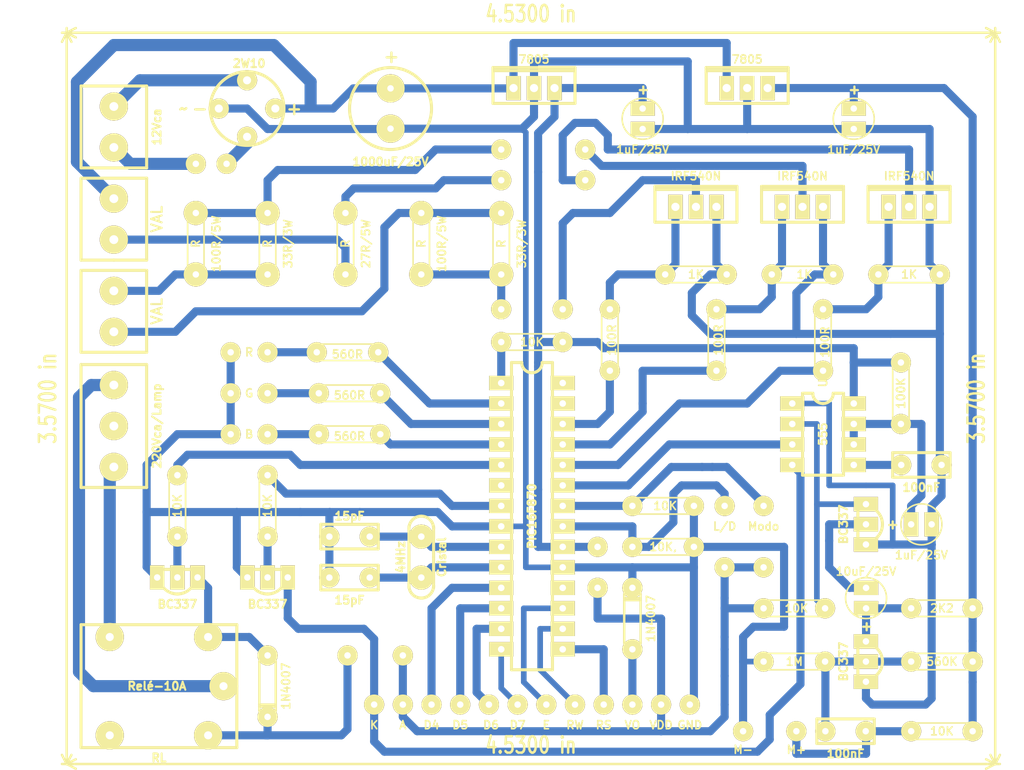
<source format=kicad_pcb>
(kicad_pcb (version 4) (host pcbnew 4.0.2-4+6225~38~ubuntu14.04.1-stable)

  (general
    (links 0)
    (no_connects 0)
    (area 99.923599 81.1784 232.816402 179.120801)
    (thickness 1.6)
    (drawings 4)
    (tracks 355)
    (zones 0)
    (modules 90)
    (nets 1)
  )

  (page A4)
  (title_block
    (date "28 dec 2013")
  )

  (layers
    (0 Superior signal)
    (31 Inferior signal)
    (32 B.Adhes user)
    (33 F.Adhes user)
    (34 B.Paste user)
    (35 F.Paste user)
    (36 B.SilkS user)
    (37 F.SilkS user)
    (38 B.Mask user)
    (39 F.Mask user)
    (40 Dwgs.User user)
    (41 Cmts.User user)
    (42 Eco1.User user)
    (43 Eco2.User user)
    (44 Edge.Cuts user)
    (45 Margin user)
    (46 B.CrtYd user)
    (47 F.CrtYd user)
    (48 B.Fab user)
    (49 F.Fab user)
  )

  (setup
    (last_trace_width 1.00076)
    (trace_clearance 0.254)
    (zone_clearance 0.508)
    (zone_45_only no)
    (trace_min 0.2)
    (segment_width 0.381)
    (edge_width 0.381)
    (via_size 0.889)
    (via_drill 0.635)
    (via_min_size 0.4)
    (via_min_drill 0.3)
    (uvia_size 0.508)
    (uvia_drill 0.127)
    (uvias_allowed no)
    (uvia_min_size 0.2)
    (uvia_min_drill 0.1)
    (pcb_text_width 0.3048)
    (pcb_text_size 1.524 2.032)
    (mod_edge_width 0.381)
    (mod_text_size 1.524 1.524)
    (mod_text_width 0.3048)
    (pad_size 1.524 1.524)
    (pad_drill 0.8128)
    (pad_to_mask_clearance 0.2)
    (aux_axis_origin 0 0)
    (visible_elements FFFFFF7F)
    (pcbplotparams
      (layerselection 0x00000_80000000)
      (usegerberextensions false)
      (excludeedgelayer true)
      (linewidth 0.100000)
      (plotframeref false)
      (viasonmask false)
      (mode 1)
      (useauxorigin false)
      (hpglpennumber 1)
      (hpglpenspeed 20)
      (hpglpendiameter 15)
      (hpglpenoverlay 2)
      (psnegative false)
      (psa4output false)
      (plotreference true)
      (plotvalue true)
      (plotinvisibletext false)
      (padsonsilk false)
      (subtractmaskfromsilk false)
      (outputformat 0)
      (mirror false)
      (drillshape 0)
      (scaleselection 1)
      (outputdirectory /home/julio/))
  )

  (net 0 "")

  (net_class Default "This is the default net class."
    (clearance 0.254)
    (trace_width 1.00076)
    (via_dia 0.889)
    (via_drill 0.635)
    (uvia_dia 0.508)
    (uvia_drill 0.127)
  )

  (module 2W10 (layer Superior) (tedit 50BBD069) (tstamp 50BBD036)
    (at 131.064 94.234)
    (path 2W10)
    (fp_text reference 2W10 (at 0.254 -5.588) (layer F.SilkS)
      (effects (font (size 1.00076 1.00076) (thickness 0.25146)))
    )
    (fp_text value "" (at -0.254 0 90) (layer F.SilkS) hide
      (effects (font (size 1.00076 1.00076) (thickness 0.25146)))
    )
    (fp_text user - (at -5.842 0) (layer F.SilkS)
      (effects (font (thickness 0.3048)))
    )
    (fp_text user + (at 5.842 0) (layer F.SilkS)
      (effects (font (thickness 0.3048)))
    )
    (fp_text user ~ (at -7.874 0) (layer F.SilkS)
      (effects (font (thickness 0.3048)))
    )
    (fp_circle (center 0 0) (end 4.572 0) (layer F.SilkS) (width 0.381))
    (pad 4 thru_hole circle (at -3.50012 0) (size 2.49936 2.49936) (drill 1.00076) (layers *.Cu *.Mask F.SilkS))
    (pad 5 thru_hole circle (at 0 -3.50012) (size 2.49936 2.49936) (drill 1.00076) (layers *.Cu *.Mask F.SilkS))
    (pad 6 thru_hole circle (at 3.50012 0) (size 2.49936 2.49936) (drill 1.00076) (layers *.Cu *.Mask F.SilkS))
    (pad 7 thru_hole circle (at 0 3.50012) (size 2.49936 2.49936) (drill 1.00076) (layers *.Cu *.Mask F.SilkS))
  )

  (module CAP_10mm (layer Superior) (tedit 50BC3FC4) (tstamp 50B3FB41)
    (at 148.844 94.234 90)
    (path CAP_10mm)
    (fp_text reference 1000uF/25V (at -6.604 0 180) (layer F.SilkS)
      (effects (font (size 1.00076 1.00076) (thickness 0.25146)))
    )
    (fp_text value "" (at 0 -6.096 90) (layer F.SilkS)
      (effects (font (size 1.00076 1.00076) (thickness 0.25146)))
    )
    (fp_circle (center 0 0) (end 5.08 0) (layer F.SilkS) (width 0.381))
    (fp_text user + (at 6.35 0 90) (layer F.SilkS)
      (effects (font (thickness 0.3048)))
    )
    (pad 1 thru_hole circle (at -2.49936 0 90) (size 3.50012 3.50012) (drill 0.8001) (layers *.Cu *.Mask F.SilkS))
    (pad 2 thru_hole circle (at 2.49936 0 90) (size 3.50012 3.50012) (drill 0.8001) (layers *.Cu *.Mask F.SilkS))
    (model "Modelos 3D/cap_10mm_11mm.wrl"
      (at (xyz 0 0 0))
      (scale (xyz 1 1 1))
      (rotate (xyz 0 0 180))
    )
  )

  (module TO-220 (layer Superior) (tedit 50BC3F7C) (tstamp 50B42DD8)
    (at 193.04 91.694 90)
    (path TO-220)
    (fp_text reference "" (at 3.81 4.572 180) (layer F.SilkS)
      (effects (font (size 1.30048 1.30048) (thickness 0.2032)))
    )
    (fp_text value 7805 (at 3.556 0 180) (layer F.SilkS)
      (effects (font (size 1.00076 1.00076) (thickness 0.2032)))
    )
    (fp_line (start 1.905 -5.08) (end 2.54 -5.08) (layer F.SilkS) (width 0.381))
    (fp_line (start 2.54 -5.08) (end 2.54 5.08) (layer F.SilkS) (width 0.381))
    (fp_line (start 2.54 5.08) (end 1.905 5.08) (layer F.SilkS) (width 0.381))
    (fp_line (start -1.905 -5.08) (end 1.905 -5.08) (layer F.SilkS) (width 0.381))
    (fp_line (start 2.159 -5.08) (end 2.159 5.08) (layer F.SilkS) (width 0.381))
    (fp_line (start 1.905 5.08) (end -1.905 5.08) (layer F.SilkS) (width 0.381))
    (fp_line (start -1.905 5.08) (end -1.905 -5.08) (layer F.SilkS) (width 0.381))
    (pad 1 thru_hole rect (at 0 -2.54 90) (size 2.99974 1.80086) (drill 1.016) (layers *.Cu *.Mask F.SilkS))
    (pad 2 thru_hole rect (at 0 0 90) (size 2.99974 1.80086) (drill 1.016) (layers *.Cu *.Mask F.SilkS))
    (pad 3 thru_hole rect (at 0 2.54 90) (size 2.99974 1.80086) (drill 1.016) (layers *.Cu *.Mask F.SilkS))
    (model "Modelos 3D/to-220.wrl"
      (at (xyz 0 0 0))
      (scale (xyz 1 1 1))
      (rotate (xyz 0 0 0))
    )
  )

  (module TO-220 (layer Superior) (tedit 50BC3F69) (tstamp 50B3FB84)
    (at 166.624 91.694 90)
    (path TO-220)
    (fp_text reference "" (at 3.81 4.572 180) (layer F.SilkS)
      (effects (font (size 1.30048 1.30048) (thickness 0.2032)))
    )
    (fp_text value 7805 (at 3.556 0 180) (layer F.SilkS)
      (effects (font (size 1.00076 1.00076) (thickness 0.2032)))
    )
    (fp_line (start 1.905 -5.08) (end 2.54 -5.08) (layer F.SilkS) (width 0.381))
    (fp_line (start 2.54 -5.08) (end 2.54 5.08) (layer F.SilkS) (width 0.381))
    (fp_line (start 2.54 5.08) (end 1.905 5.08) (layer F.SilkS) (width 0.381))
    (fp_line (start -1.905 -5.08) (end 1.905 -5.08) (layer F.SilkS) (width 0.381))
    (fp_line (start 2.159 -5.08) (end 2.159 5.08) (layer F.SilkS) (width 0.381))
    (fp_line (start 1.905 5.08) (end -1.905 5.08) (layer F.SilkS) (width 0.381))
    (fp_line (start -1.905 5.08) (end -1.905 -5.08) (layer F.SilkS) (width 0.381))
    (pad 1 thru_hole rect (at 0 -2.54 90) (size 2.99974 1.80086) (drill 1.016) (layers *.Cu *.Mask F.SilkS))
    (pad 2 thru_hole rect (at 0 0 90) (size 2.99974 1.80086) (drill 1.016) (layers *.Cu *.Mask F.SilkS))
    (pad 3 thru_hole rect (at 0 2.54 90) (size 2.99974 1.80086) (drill 1.016) (layers *.Cu *.Mask F.SilkS))
    (model "Modelos 3D/to-220.wrl"
      (at (xyz 0 0 0))
      (scale (xyz 1 1 1))
      (rotate (xyz 0 0 0))
    )
  )

  (module CAP_5mm (layer Superior) (tedit 50BC3FA1) (tstamp 50B3FB95)
    (at 206.248 95.504 90)
    (path CAP_5mm)
    (fp_text reference "" (at 0 -3.556 90) (layer F.SilkS)
      (effects (font (size 1.00076 1.00076) (thickness 0.2032)))
    )
    (fp_text value 1uF/25V (at -3.81 0 180) (layer F.SilkS)
      (effects (font (size 1.00076 1.00076) (thickness 0.2032)))
    )
    (fp_circle (center 0 0) (end -2.54 0) (layer F.SilkS) (width 0.20066))
    (fp_text user + (at 3.556 0 90) (layer F.SilkS)
      (effects (font (size 1.143 1.143) (thickness 0.28702)))
    )
    (pad 1 thru_hole rect (at -1.27 0 180) (size 2.99974 1.80086) (drill 0.8001) (layers *.Cu *.Mask F.SilkS))
    (pad 2 thru_hole rect (at 1.27 0 180) (size 2.99974 1.80086) (drill 0.8001) (layers *.Cu *.Mask F.SilkS))
    (model "Modelos 3D/cap_5mm_6mm.wrl"
      (at (xyz 0 0 0))
      (scale (xyz 1 1 1))
      (rotate (xyz 0 0 0))
    )
  )

  (module CAP_5mm (layer Superior) (tedit 50BC3FAF) (tstamp 50B3FB9B)
    (at 180.086 95.504 90)
    (path CAP_5mm)
    (fp_text reference "" (at 0 -3.556 90) (layer F.SilkS)
      (effects (font (size 1.00076 1.00076) (thickness 0.2032)))
    )
    (fp_text value 1uF/25V (at -3.81 0 180) (layer F.SilkS)
      (effects (font (size 1.00076 1.00076) (thickness 0.2032)))
    )
    (fp_circle (center 0 0) (end -2.54 0) (layer F.SilkS) (width 0.20066))
    (fp_text user + (at 3.556 0 90) (layer F.SilkS)
      (effects (font (size 1.143 1.143) (thickness 0.28702)))
    )
    (pad 1 thru_hole rect (at -1.27 0 180) (size 2.99974 1.80086) (drill 0.8001) (layers *.Cu *.Mask F.SilkS))
    (pad 2 thru_hole rect (at 1.27 0 180) (size 2.99974 1.80086) (drill 0.8001) (layers *.Cu *.Mask F.SilkS))
    (model "Modelos 3D/cap_5mm_6mm.wrl"
      (at (xyz 0 0 0))
      (scale (xyz 1 1 1))
      (rotate (xyz 0 0 0))
    )
  )

  (module DIP-28 (layer Superior) (tedit 50BC42A9) (tstamp 50B3FCE4)
    (at 166.37 144.78 270)
    (path DIP-28)
    (fp_text reference "" (at -11.43 0 270) (layer F.SilkS)
      (effects (font (size 1.00076 1.00076) (thickness 0.25146)))
    )
    (fp_text value PIC16F870 (at 0 0 270) (layer F.SilkS)
      (effects (font (size 1.00076 1.00076) (thickness 0.25146)))
    )
    (fp_arc (start -19.05 0) (end -17.78 0) (angle 90) (layer F.SilkS) (width 0.381))
    (fp_arc (start -19.05 0) (end -19.05 -1.27) (angle 90) (layer F.SilkS) (width 0.381))
    (fp_line (start -19.05 1.27) (end -19.05 2.54) (layer F.SilkS) (width 0.381))
    (fp_line (start -19.05 -2.54) (end -19.05 -1.27) (layer F.SilkS) (width 0.381))
    (fp_line (start -19.05 -2.54) (end 19.05 -2.54) (layer F.SilkS) (width 0.381))
    (fp_line (start 19.05 -2.54) (end 19.05 2.54) (layer F.SilkS) (width 0.381))
    (fp_line (start 19.05 2.54) (end -19.05 2.54) (layer F.SilkS) (width 0.381))
    (pad 2 thru_hole rect (at -13.97 3.81 270) (size 1.80086 2.99974) (drill 0.8128) (layers *.Cu *.Mask F.SilkS))
    (pad 3 thru_hole rect (at -11.43 3.81 270) (size 1.80086 2.99974) (drill 0.8128) (layers *.Cu *.Mask F.SilkS))
    (pad 4 thru_hole rect (at -8.89 3.81 270) (size 1.80086 2.99974) (drill 0.8128) (layers *.Cu *.Mask F.SilkS))
    (pad 5 thru_hole rect (at -6.35 3.81 270) (size 1.80086 2.99974) (drill 0.8128) (layers *.Cu *.Mask F.SilkS))
    (pad 6 thru_hole rect (at -3.81 3.81 270) (size 1.80086 2.99974) (drill 0.8128) (layers *.Cu *.Mask F.SilkS))
    (pad 7 thru_hole rect (at -1.27 3.81 270) (size 1.80086 2.99974) (drill 0.8128) (layers *.Cu *.Mask F.SilkS))
    (pad 8 thru_hole rect (at 1.27 3.81 270) (size 1.80086 2.99974) (drill 0.8128) (layers *.Cu *.Mask F.SilkS))
    (pad 9 thru_hole rect (at 3.81 3.81 270) (size 1.80086 2.99974) (drill 0.8128) (layers *.Cu *.Mask F.SilkS))
    (pad 10 thru_hole rect (at 6.35 3.81 270) (size 1.80086 2.99974) (drill 0.8128) (layers *.Cu *.Mask F.SilkS))
    (pad 11 thru_hole rect (at 8.89 3.81 270) (size 1.80086 2.99974) (drill 0.8128) (layers *.Cu *.Mask F.SilkS))
    (pad 12 thru_hole rect (at 11.43 3.81 270) (size 1.80086 2.99974) (drill 0.8128) (layers *.Cu *.Mask F.SilkS))
    (pad 13 thru_hole rect (at 13.97 3.81 270) (size 1.80086 2.99974) (drill 0.8128) (layers *.Cu *.Mask F.SilkS))
    (pad 14 thru_hole rect (at 16.51 3.81 270) (size 1.80086 2.99974) (drill 0.8128) (layers *.Cu *.Mask F.SilkS))
    (pad 1 thru_hole rect (at -16.51 3.81 270) (size 1.80086 2.99974) (drill 0.8128) (layers *.Cu *.Mask F.SilkS))
    (pad 15 thru_hole rect (at 16.51 -3.81 270) (size 1.80086 2.99974) (drill 0.8128) (layers *.Cu *.Mask F.SilkS))
    (pad 16 thru_hole rect (at 13.97 -3.81 270) (size 1.80086 2.99974) (drill 0.8128) (layers *.Cu *.Mask F.SilkS))
    (pad 17 thru_hole rect (at 11.43 -3.81 270) (size 1.80086 2.99974) (drill 0.8128) (layers *.Cu *.Mask F.SilkS))
    (pad 18 thru_hole rect (at 8.89 -3.81 270) (size 1.80086 2.99974) (drill 0.8128) (layers *.Cu *.Mask F.SilkS))
    (pad 19 thru_hole rect (at 6.35 -3.81 270) (size 1.80086 2.99974) (drill 0.8128) (layers *.Cu *.Mask F.SilkS))
    (pad 20 thru_hole rect (at 3.81 -3.81 270) (size 1.80086 2.99974) (drill 0.8128) (layers *.Cu *.Mask F.SilkS))
    (pad 21 thru_hole rect (at 1.27 -3.81 270) (size 1.80086 2.99974) (drill 0.8128) (layers *.Cu *.Mask F.SilkS))
    (pad 22 thru_hole rect (at -1.27 -3.81 270) (size 1.80086 2.99974) (drill 0.8128) (layers *.Cu *.Mask F.SilkS))
    (pad 23 thru_hole rect (at -3.81 -3.81 270) (size 1.80086 2.99974) (drill 0.8128) (layers *.Cu *.Mask F.SilkS))
    (pad 24 thru_hole rect (at -6.35 -3.81 270) (size 1.80086 2.99974) (drill 0.8128) (layers *.Cu *.Mask F.SilkS))
    (pad 25 thru_hole rect (at -8.89 -3.81 270) (size 1.80086 2.99974) (drill 0.8128) (layers *.Cu *.Mask F.SilkS))
    (pad 26 thru_hole rect (at -11.43 -3.81 270) (size 1.80086 2.99974) (drill 0.8128) (layers *.Cu *.Mask F.SilkS))
    (pad 27 thru_hole rect (at -13.97 -3.81 270) (size 1.80086 2.99974) (drill 0.8128) (layers *.Cu *.Mask F.SilkS))
    (pad 28 thru_hole rect (at -16.51 -3.81 270) (size 1.80086 2.99974) (drill 0.8128) (layers *.Cu *.Mask F.SilkS))
  )

  (module R-1%2f4W (layer Superior) (tedit 50BC433C) (tstamp 50B496F7)
    (at 217.17 162.814 180)
    (path R3)
    (autoplace_cost180 10)
    (fp_text reference "" (at 0 0 180) (layer F.SilkS)
      (effects (font (size 1.30048 1.30048) (thickness 0.2032)))
    )
    (fp_text value 560K (at 0 0 180) (layer F.SilkS)
      (effects (font (size 1.00076 1.00076) (thickness 0.2032)))
    )
    (fp_line (start 3.302 0) (end 3.302 -1.016) (layer F.SilkS) (width 0.2032))
    (fp_line (start 3.302 -1.016) (end -3.302 -1.016) (layer F.SilkS) (width 0.2032))
    (fp_line (start -3.302 -1.016) (end -3.302 1.016) (layer F.SilkS) (width 0.2032))
    (fp_line (start -3.302 1.016) (end 3.302 1.016) (layer F.SilkS) (width 0.2032))
    (fp_line (start 3.302 1.016) (end 3.302 0) (layer F.SilkS) (width 0.2032))
    (pad 1 thru_hole circle (at -3.81 0 180) (size 2.49936 2.49936) (drill 0.8001) (layers *.Cu *.Mask F.SilkS))
    (pad 2 thru_hole circle (at 3.81 0 180) (size 2.49936 2.49936) (drill 0.8001) (layers *.Cu *.Mask F.SilkS))
    (model discret/resistor.wrl
      (at (xyz 0 0 0))
      (scale (xyz 0.3 0.3 0.3))
      (rotate (xyz 0 0 0))
    )
  )

  (module R-1%2f4W (layer Superior) (tedit 50BC41AC) (tstamp 50BBE666)
    (at 143.764 129.54)
    (path R3)
    (autoplace_cost180 10)
    (fp_text reference "" (at 0 0) (layer F.SilkS)
      (effects (font (size 1.30048 1.30048) (thickness 0.2032)))
    )
    (fp_text value 560R (at 0 0.254) (layer F.SilkS)
      (effects (font (size 1.00076 1.00076) (thickness 0.2032)))
    )
    (fp_line (start 3.302 0) (end 3.302 -1.016) (layer F.SilkS) (width 0.2032))
    (fp_line (start 3.302 -1.016) (end -3.302 -1.016) (layer F.SilkS) (width 0.2032))
    (fp_line (start -3.302 -1.016) (end -3.302 1.016) (layer F.SilkS) (width 0.2032))
    (fp_line (start -3.302 1.016) (end 3.302 1.016) (layer F.SilkS) (width 0.2032))
    (fp_line (start 3.302 1.016) (end 3.302 0) (layer F.SilkS) (width 0.2032))
    (pad 1 thru_hole circle (at -3.81 0) (size 2.49936 2.49936) (drill 0.8001) (layers *.Cu *.Mask F.SilkS))
    (pad 2 thru_hole circle (at 3.81 0) (size 2.49936 2.49936) (drill 0.8001) (layers *.Cu *.Mask F.SilkS))
    (model discret/resistor.wrl
      (at (xyz 0 0 0))
      (scale (xyz 0.3 0.3 0.3))
      (rotate (xyz 0 0 0))
    )
  )

  (module R-1%2f4W (layer Superior) (tedit 50BC41C8) (tstamp 50B49798)
    (at 122.428 143.51 270)
    (path R3)
    (autoplace_cost180 10)
    (fp_text reference "" (at 0 0 270) (layer F.SilkS)
      (effects (font (size 1.30048 1.30048) (thickness 0.2032)))
    )
    (fp_text value 10K (at 0 0 270) (layer F.SilkS)
      (effects (font (size 1.00076 1.00076) (thickness 0.2032)))
    )
    (fp_line (start 3.302 0) (end 3.302 -1.016) (layer F.SilkS) (width 0.2032))
    (fp_line (start 3.302 -1.016) (end -3.302 -1.016) (layer F.SilkS) (width 0.2032))
    (fp_line (start -3.302 -1.016) (end -3.302 1.016) (layer F.SilkS) (width 0.2032))
    (fp_line (start -3.302 1.016) (end 3.302 1.016) (layer F.SilkS) (width 0.2032))
    (fp_line (start 3.302 1.016) (end 3.302 0) (layer F.SilkS) (width 0.2032))
    (pad 1 thru_hole circle (at -3.81 0 270) (size 2.49936 2.49936) (drill 0.8001) (layers *.Cu *.Mask F.SilkS))
    (pad 2 thru_hole circle (at 3.81 0 270) (size 2.49936 2.49936) (drill 0.8001) (layers *.Cu *.Mask F.SilkS))
    (model discret/resistor.wrl
      (at (xyz 0 0 0))
      (scale (xyz 0.3 0.3 0.3))
      (rotate (xyz 0 0 0))
    )
  )

  (module R-1%2f4W (layer Superior) (tedit 50BC41D8) (tstamp 50B4020E)
    (at 133.604 143.51 270)
    (path R3)
    (autoplace_cost180 10)
    (fp_text reference "" (at 0 0 270) (layer F.SilkS)
      (effects (font (size 1.30048 1.30048) (thickness 0.2032)))
    )
    (fp_text value 10K (at 0 0 270) (layer F.SilkS)
      (effects (font (size 1.00076 1.00076) (thickness 0.2032)))
    )
    (fp_line (start 3.302 0) (end 3.302 -1.016) (layer F.SilkS) (width 0.2032))
    (fp_line (start 3.302 -1.016) (end -3.302 -1.016) (layer F.SilkS) (width 0.2032))
    (fp_line (start -3.302 -1.016) (end -3.302 1.016) (layer F.SilkS) (width 0.2032))
    (fp_line (start -3.302 1.016) (end 3.302 1.016) (layer F.SilkS) (width 0.2032))
    (fp_line (start 3.302 1.016) (end 3.302 0) (layer F.SilkS) (width 0.2032))
    (pad 1 thru_hole circle (at -3.81 0 270) (size 2.49936 2.49936) (drill 0.8001) (layers *.Cu *.Mask F.SilkS))
    (pad 2 thru_hole circle (at 3.81 0 270) (size 2.49936 2.49936) (drill 0.8001) (layers *.Cu *.Mask F.SilkS))
    (model discret/resistor.wrl
      (at (xyz 0 0 0))
      (scale (xyz 0.3 0.3 0.3))
      (rotate (xyz 0 0 0))
    )
  )

  (module R-1%2f4W (layer Superior) (tedit 50BC41B5) (tstamp 50BC0E09)
    (at 143.764 134.62)
    (path R3)
    (autoplace_cost180 10)
    (fp_text reference "" (at 0 0) (layer F.SilkS)
      (effects (font (size 1.30048 1.30048) (thickness 0.2032)))
    )
    (fp_text value 560R (at 0 0.254) (layer F.SilkS)
      (effects (font (size 1.00076 1.00076) (thickness 0.2032)))
    )
    (fp_line (start 3.302 0) (end 3.302 -1.016) (layer F.SilkS) (width 0.2032))
    (fp_line (start 3.302 -1.016) (end -3.302 -1.016) (layer F.SilkS) (width 0.2032))
    (fp_line (start -3.302 -1.016) (end -3.302 1.016) (layer F.SilkS) (width 0.2032))
    (fp_line (start -3.302 1.016) (end 3.302 1.016) (layer F.SilkS) (width 0.2032))
    (fp_line (start 3.302 1.016) (end 3.302 0) (layer F.SilkS) (width 0.2032))
    (pad 1 thru_hole circle (at -3.81 0) (size 2.49936 2.49936) (drill 0.8001) (layers *.Cu *.Mask F.SilkS))
    (pad 2 thru_hole circle (at 3.81 0) (size 2.49936 2.49936) (drill 0.8001) (layers *.Cu *.Mask F.SilkS))
    (model discret/resistor.wrl
      (at (xyz 0 0 0))
      (scale (xyz 0.3 0.3 0.3))
      (rotate (xyz 0 0 0))
    )
  )

  (module R-1%2f4W (layer Superior) (tedit 50BC4129) (tstamp 50BC4122)
    (at 182.626 143.51 180)
    (path R3)
    (autoplace_cost180 10)
    (fp_text reference "" (at 0 0 180) (layer F.SilkS)
      (effects (font (size 1.30048 1.30048) (thickness 0.2032)))
    )
    (fp_text value 10K (at -0.254 0 180) (layer F.SilkS)
      (effects (font (size 1.00076 1.00076) (thickness 0.2032)))
    )
    (fp_line (start 3.302 0) (end 3.302 -1.016) (layer F.SilkS) (width 0.2032))
    (fp_line (start 3.302 -1.016) (end -3.302 -1.016) (layer F.SilkS) (width 0.2032))
    (fp_line (start -3.302 -1.016) (end -3.302 1.016) (layer F.SilkS) (width 0.2032))
    (fp_line (start -3.302 1.016) (end 3.302 1.016) (layer F.SilkS) (width 0.2032))
    (fp_line (start 3.302 1.016) (end 3.302 0) (layer F.SilkS) (width 0.2032))
    (pad 1 thru_hole circle (at -3.81 0 180) (size 2.49936 2.49936) (drill 0.8001) (layers *.Cu *.Mask F.SilkS))
    (pad 2 thru_hole circle (at 3.81 0 180) (size 2.49936 2.49936) (drill 0.8001) (layers *.Cu *.Mask F.SilkS))
    (model discret/resistor.wrl
      (at (xyz 0 0 0))
      (scale (xyz 0.3 0.3 0.3))
      (rotate (xyz 0 0 0))
    )
  )

  (module PAD2 (layer Superior) (tedit 50BBEBCF) (tstamp 50BBEC20)
    (at 195.072 143.51)
    (path R3)
    (autoplace_cost180 10)
    (fp_text reference "" (at 0 0) (layer F.SilkS)
      (effects (font (size 1.30048 1.30048) (thickness 0.2032)))
    )
    (fp_text value Modo (at 0 2.54) (layer F.SilkS)
      (effects (font (size 1.00076 1.00076) (thickness 0.2032)))
    )
    (pad 1 thru_hole circle (at 0 0) (size 2.49936 2.49936) (drill 0.8001) (layers *.Cu *.Mask F.SilkS))
    (model pin_array/jumper.wrl
      (at (xyz -0.1 0 0))
      (scale (xyz 0.5 0.7 0.5))
      (rotate (xyz 0 0 90))
    )
  )

  (module PAD2 (layer Superior) (tedit 3C31299A) (tstamp 50BBEC26)
    (at 190.246 143.51)
    (path R3)
    (autoplace_cost180 10)
    (fp_text reference "" (at 0 0) (layer F.SilkS) hide
      (effects (font (size 1.30048 1.30048) (thickness 0.2032)))
    )
    (fp_text value L/D (at 0 2.54) (layer F.SilkS)
      (effects (font (size 1.00076 1.00076) (thickness 0.2032)))
    )
    (pad 1 thru_hole circle (at 0 0) (size 2.49936 2.49936) (drill 0.8001) (layers *.Cu *.Mask F.SilkS))
  )

  (module Cristal (layer Superior) (tedit 50A95193) (tstamp 50B40535)
    (at 152.654 149.86 90)
    (descr Cristal)
    (path Cristal)
    (fp_text reference Cristal (at 0 2.54 90) (layer F.SilkS)
      (effects (font (size 1.00076 1.00076) (thickness 0.25146)))
    )
    (fp_text value 4MHz (at 0 -2.54 90) (layer F.SilkS)
      (effects (font (size 1.00076 1.00076) (thickness 0.25146)))
    )
    (fp_arc (start -3.556 0) (end -3.556 1.524) (angle 90) (layer F.SilkS) (width 0.381))
    (fp_arc (start -3.556 0) (end -5.08 0) (angle 90) (layer F.SilkS) (width 0.381))
    (fp_arc (start 3.556 0) (end 5.08 0) (angle 90) (layer F.SilkS) (width 0.381))
    (fp_arc (start 3.556 0) (end 3.556 -1.524) (angle 90) (layer F.SilkS) (width 0.381))
    (fp_line (start -3.556 1.524) (end -3.81 1.524) (layer F.SilkS) (width 0.381))
    (fp_line (start -3.556 -1.524) (end -3.81 -1.524) (layer F.SilkS) (width 0.381))
    (fp_line (start 3.556 1.524) (end 3.81 1.524) (layer F.SilkS) (width 0.381))
    (fp_line (start 3.556 -1.524) (end 3.81 -1.524) (layer F.SilkS) (width 0.381))
    (fp_line (start 0 1.524) (end 3.556 1.524) (layer F.SilkS) (width 0.381))
    (fp_line (start 0 1.524) (end -3.556 1.524) (layer F.SilkS) (width 0.381))
    (fp_line (start 0 -1.524) (end -3.556 -1.524) (layer F.SilkS) (width 0.381))
    (fp_line (start 0 -1.524) (end 3.556 -1.524) (layer F.SilkS) (width 0.381))
    (pad 1 thru_hole circle (at -2.54 0 90) (size 2.99974 2.99974) (drill 0.8128) (layers *.Cu *.Mask F.SilkS))
    (pad 2 thru_hole circle (at 2.54 0 90) (size 2.99974 2.99974) (drill 0.8128) (layers *.Cu *.Mask F.SilkS))
    (model discret/crystal_hc18u_vertical.wrl
      (at (xyz 0 0 0))
      (scale (xyz 1 1 1))
      (rotate (xyz 0 0 0))
    )
  )

  (module CAP_DESP (layer Superior) (tedit 50BC421C) (tstamp 50BBE1C6)
    (at 143.764 152.4)
    (path CAP_DESP)
    (fp_text reference "" (at 0 2.794) (layer F.SilkS)
      (effects (font (size 1.00076 1.00076) (thickness 0.25146)))
    )
    (fp_text value 15pF (at 0 2.794) (layer F.SilkS)
      (effects (font (size 1.00076 1.00076) (thickness 0.25146)))
    )
    (fp_line (start -3.556 0) (end -3.556 -1.524) (layer F.SilkS) (width 0.381))
    (fp_line (start -3.556 -1.524) (end 3.556 -1.524) (layer F.SilkS) (width 0.381))
    (fp_line (start 3.556 -1.524) (end 3.556 1.524) (layer F.SilkS) (width 0.381))
    (fp_line (start 3.556 1.524) (end -3.556 1.524) (layer F.SilkS) (width 0.381))
    (fp_line (start -3.556 1.524) (end -3.556 0) (layer F.SilkS) (width 0.381))
    (pad 1 thru_hole circle (at -2.49936 0) (size 2.49936 2.49936) (drill 0.8001) (layers *.Cu *.Mask F.SilkS))
    (pad 2 thru_hole circle (at 2.49936 0) (size 2.49936 2.49936) (drill 0.8001) (layers *.Cu *.Mask F.SilkS))
    (model "Modelos 3D/cap_desp.wrl"
      (at (xyz 0 0 0))
      (scale (xyz 1 1 1))
      (rotate (xyz 0 0 0))
    )
  )

  (module CAP_DESP (layer Superior) (tedit 50BC4223) (tstamp 50BBE1C3)
    (at 143.764 147.32)
    (path CAP_DESP)
    (fp_text reference "" (at 0 -2.794) (layer F.SilkS)
      (effects (font (size 1.00076 1.00076) (thickness 0.25146)))
    )
    (fp_text value 15pF (at 0 -2.54) (layer F.SilkS)
      (effects (font (size 1.00076 1.00076) (thickness 0.25146)))
    )
    (fp_line (start -3.556 0) (end -3.556 -1.524) (layer F.SilkS) (width 0.381))
    (fp_line (start -3.556 -1.524) (end 3.556 -1.524) (layer F.SilkS) (width 0.381))
    (fp_line (start 3.556 -1.524) (end 3.556 1.524) (layer F.SilkS) (width 0.381))
    (fp_line (start 3.556 1.524) (end -3.556 1.524) (layer F.SilkS) (width 0.381))
    (fp_line (start -3.556 1.524) (end -3.556 0) (layer F.SilkS) (width 0.381))
    (pad 1 thru_hole circle (at -2.49936 0) (size 2.49936 2.49936) (drill 0.8001) (layers *.Cu *.Mask F.SilkS))
    (pad 2 thru_hole circle (at 2.49936 0) (size 2.49936 2.49936) (drill 0.8001) (layers *.Cu *.Mask F.SilkS))
    (model "Modelos 3D/cap_desp.wrl"
      (at (xyz 0 0 0))
      (scale (xyz 1 1 1))
      (rotate (xyz 0 0 0))
    )
  )

  (module KRE_02 (layer Superior) (tedit 50BC3FD1) (tstamp 50B405C0)
    (at 114.554 96.52 90)
    (path KRE_02)
    (fp_text reference "" (at 0 0 90) (layer F.SilkS) hide
      (effects (font (size 1.00076 1.00076) (thickness 0.25146)))
    )
    (fp_text value 12Vca (at 0 5.334 90) (layer F.SilkS)
      (effects (font (size 1.00076 1.00076) (thickness 0.25146)))
    )
    (fp_line (start 5.08 4.064) (end 5.08 -4.064) (layer F.SilkS) (width 0.381))
    (fp_line (start 5.08 -4.064) (end -5.08 -4.064) (layer F.SilkS) (width 0.381))
    (fp_line (start 5.08 4.064) (end -5.08 4.064) (layer F.SilkS) (width 0.381))
    (fp_line (start -5.08 4.064) (end -5.08 0) (layer F.SilkS) (width 0.381))
    (fp_line (start -5.08 0) (end -5.08 -4.064) (layer F.SilkS) (width 0.381))
    (pad 1 thru_hole circle (at -2.54 0 90) (size 3.50012 3.50012) (drill 1.09982) (layers *.Cu *.Mask F.SilkS))
    (pad 2 thru_hole circle (at 2.54 0 90) (size 3.50012 3.50012) (drill 1.09982) (layers *.Cu *.Mask F.SilkS))
    (model pin_array/socket_1x2.wrl
      (at (xyz 0 0 0))
      (scale (xyz 1.5 1.9 1.5))
      (rotate (xyz 0 0 90))
    )
  )

  (module TO-92 (layer Superior) (tedit 50BC415B) (tstamp 50B406CF)
    (at 206.756 162.814 270)
    (path TO-92)
    (fp_text reference "" (at 0 -3.81 270) (layer F.SilkS)
      (effects (font (size 1.00076 1.00076) (thickness 0.25146)))
    )
    (fp_text value BC337 (at 0 1.778 270) (layer F.SilkS)
      (effects (font (size 1.00076 1.00076) (thickness 0.25146)))
    )
    (fp_line (start -2.286 0) (end -2.286 -0.762) (layer F.SilkS) (width 0.381))
    (fp_line (start 2.286 0) (end 2.286 -0.762) (layer F.SilkS) (width 0.381))
    (fp_arc (start 0 -0.762) (end -2.286 -0.762) (angle 90) (layer F.SilkS) (width 0.381))
    (fp_arc (start 0 -0.762) (end 0 -3.048) (angle 90) (layer F.SilkS) (width 0.381))
    (fp_line (start 0 0) (end 2.286 0) (layer F.SilkS) (width 0.381))
    (fp_line (start 0 0) (end -2.286 0) (layer F.SilkS) (width 0.381))
    (pad 1 thru_hole rect (at -2.49936 -1.00076 270) (size 1.80086 2.99974) (drill 0.8001) (layers *.Cu *.Mask F.SilkS))
    (pad 2 thru_hole rect (at 0 -1.00076 270) (size 1.80086 2.99974) (drill 0.8001) (layers *.Cu *.Mask F.SilkS))
    (pad 3 thru_hole rect (at 2.49936 -1.00076 270) (size 1.80086 2.99974) (drill 0.8001) (layers *.Cu *.Mask F.SilkS))
    (model "Modelos 3D/to-920.wrl"
      (at (xyz 0 0.04 0))
      (scale (xyz 1.4 1.4 1.4))
      (rotate (xyz 0 0 45))
    )
  )

  (module TO-92 (layer Superior) (tedit 50BC41F1) (tstamp 50B406E3)
    (at 122.428 151.384 180)
    (path TO-92)
    (fp_text reference "" (at 0 -3.81 180) (layer F.SilkS)
      (effects (font (size 1.00076 1.00076) (thickness 0.25146)))
    )
    (fp_text value BC337 (at 0 -4.318 180) (layer F.SilkS)
      (effects (font (size 1.00076 1.00076) (thickness 0.25146)))
    )
    (fp_line (start -2.286 0) (end -2.286 -0.762) (layer F.SilkS) (width 0.381))
    (fp_line (start 2.286 0) (end 2.286 -0.762) (layer F.SilkS) (width 0.381))
    (fp_arc (start 0 -0.762) (end -2.286 -0.762) (angle 90) (layer F.SilkS) (width 0.381))
    (fp_arc (start 0 -0.762) (end 0 -3.048) (angle 90) (layer F.SilkS) (width 0.381))
    (fp_line (start 0 0) (end 2.286 0) (layer F.SilkS) (width 0.381))
    (fp_line (start 0 0) (end -2.286 0) (layer F.SilkS) (width 0.381))
    (pad 1 thru_hole rect (at -2.49936 -1.00076 180) (size 1.80086 2.99974) (drill 0.8001) (layers *.Cu *.Mask F.SilkS))
    (pad 2 thru_hole rect (at 0 -1.00076 180) (size 1.80086 2.99974) (drill 0.8001) (layers *.Cu *.Mask F.SilkS))
    (pad 3 thru_hole rect (at 2.49936 -1.00076 180) (size 1.80086 2.99974) (drill 0.8001) (layers *.Cu *.Mask F.SilkS))
    (model "Modelos 3D/to-920.wrl"
      (at (xyz 0 0.04 0))
      (scale (xyz 1.4 1.4 1.4))
      (rotate (xyz 0 0 45))
    )
  )

  (module R-1%2f4W (layer Superior) (tedit 50BC430A) (tstamp 50B40702)
    (at 198.882 156.21)
    (path R3)
    (autoplace_cost180 10)
    (fp_text reference "" (at 0 0) (layer F.SilkS)
      (effects (font (size 1.30048 1.30048) (thickness 0.2032)))
    )
    (fp_text value 10K (at 0.254 0) (layer F.SilkS)
      (effects (font (size 1.00076 1.00076) (thickness 0.2032)))
    )
    (fp_line (start 3.302 0) (end 3.302 -1.016) (layer F.SilkS) (width 0.2032))
    (fp_line (start 3.302 -1.016) (end -3.302 -1.016) (layer F.SilkS) (width 0.2032))
    (fp_line (start -3.302 -1.016) (end -3.302 1.016) (layer F.SilkS) (width 0.2032))
    (fp_line (start -3.302 1.016) (end 3.302 1.016) (layer F.SilkS) (width 0.2032))
    (fp_line (start 3.302 1.016) (end 3.302 0) (layer F.SilkS) (width 0.2032))
    (pad 1 thru_hole circle (at -3.81 0) (size 2.49936 2.49936) (drill 0.8001) (layers *.Cu *.Mask F.SilkS))
    (pad 2 thru_hole circle (at 3.81 0) (size 2.49936 2.49936) (drill 0.8001) (layers *.Cu *.Mask F.SilkS))
    (model discret/resistor.wrl
      (at (xyz 0 0 0))
      (scale (xyz 0.3 0.3 0.3))
      (rotate (xyz 0 0 0))
    )
  )

  (module R-1%2f4W (layer Superior) (tedit 50BC4315) (tstamp 50B4070A)
    (at 217.17 171.45)
    (path R3)
    (autoplace_cost180 10)
    (fp_text reference "" (at 0 0) (layer F.SilkS)
      (effects (font (size 1.30048 1.30048) (thickness 0.2032)))
    )
    (fp_text value 10K (at 0 0) (layer F.SilkS)
      (effects (font (size 1.00076 1.00076) (thickness 0.2032)))
    )
    (fp_line (start 3.302 0) (end 3.302 -1.016) (layer F.SilkS) (width 0.2032))
    (fp_line (start 3.302 -1.016) (end -3.302 -1.016) (layer F.SilkS) (width 0.2032))
    (fp_line (start -3.302 -1.016) (end -3.302 1.016) (layer F.SilkS) (width 0.2032))
    (fp_line (start -3.302 1.016) (end 3.302 1.016) (layer F.SilkS) (width 0.2032))
    (fp_line (start 3.302 1.016) (end 3.302 0) (layer F.SilkS) (width 0.2032))
    (pad 1 thru_hole circle (at -3.81 0) (size 2.49936 2.49936) (drill 0.8001) (layers *.Cu *.Mask F.SilkS))
    (pad 2 thru_hole circle (at 3.81 0) (size 2.49936 2.49936) (drill 0.8001) (layers *.Cu *.Mask F.SilkS))
    (model discret/resistor.wrl
      (at (xyz 0 0 0))
      (scale (xyz 0.3 0.3 0.3))
      (rotate (xyz 0 0 0))
    )
  )

  (module PAD2 (layer Superior) (tedit 50B41104) (tstamp 50B40E9B)
    (at 133.604 134.62)
    (path R3)
    (autoplace_cost180 10)
    (fp_text reference "" (at 0 0) (layer F.SilkS) hide
      (effects (font (size 1.30048 1.30048) (thickness 0.2032)))
    )
    (fp_text value B (at -2.286 0) (layer F.SilkS)
      (effects (font (size 1.00076 1.00076) (thickness 0.2032)))
    )
    (pad 1 thru_hole circle (at 0 0) (size 2.49936 2.49936) (drill 0.8001) (layers *.Cu *.Mask F.SilkS))
  )

  (module PAD2 (layer Superior) (tedit 50B410F9) (tstamp 50B40EA1)
    (at 133.604 124.46)
    (path R3)
    (autoplace_cost180 10)
    (fp_text reference "" (at 0 0) (layer F.SilkS) hide
      (effects (font (size 1.30048 1.30048) (thickness 0.2032)))
    )
    (fp_text value R (at -2.286 0) (layer F.SilkS)
      (effects (font (size 1.00076 1.00076) (thickness 0.2032)))
    )
    (pad 1 thru_hole circle (at 0 0) (size 2.49936 2.49936) (drill 0.8001) (layers *.Cu *.Mask F.SilkS))
  )

  (module PAD2 (layer Superior) (tedit 50B410FE) (tstamp 50B40EA5)
    (at 133.604 129.54)
    (path R3)
    (autoplace_cost180 10)
    (fp_text reference "" (at 0 0) (layer F.SilkS) hide
      (effects (font (size 1.30048 1.30048) (thickness 0.2032)))
    )
    (fp_text value G (at -2.286 0) (layer F.SilkS)
      (effects (font (size 1.00076 1.00076) (thickness 0.2032)))
    )
    (pad 1 thru_hole circle (at 0 0) (size 2.49936 2.49936) (drill 0.8001) (layers *.Cu *.Mask F.SilkS))
  )

  (module R-1%2f4W (layer Superior) (tedit 50BC40B6) (tstamp 50B40FA6)
    (at 186.69 114.808)
    (path R3)
    (autoplace_cost180 10)
    (fp_text reference "" (at 0 0) (layer F.SilkS)
      (effects (font (size 1.30048 1.30048) (thickness 0.2032)))
    )
    (fp_text value 1K (at 0 0) (layer F.SilkS)
      (effects (font (size 1.00076 1.00076) (thickness 0.2032)))
    )
    (fp_line (start 3.302 0) (end 3.302 -1.016) (layer F.SilkS) (width 0.2032))
    (fp_line (start 3.302 -1.016) (end -3.302 -1.016) (layer F.SilkS) (width 0.2032))
    (fp_line (start -3.302 -1.016) (end -3.302 1.016) (layer F.SilkS) (width 0.2032))
    (fp_line (start -3.302 1.016) (end 3.302 1.016) (layer F.SilkS) (width 0.2032))
    (fp_line (start 3.302 1.016) (end 3.302 0) (layer F.SilkS) (width 0.2032))
    (pad 1 thru_hole circle (at -3.81 0) (size 2.49936 2.49936) (drill 0.8001) (layers *.Cu *.Mask F.SilkS))
    (pad 2 thru_hole circle (at 3.81 0) (size 2.49936 2.49936) (drill 0.8001) (layers *.Cu *.Mask F.SilkS))
    (model discret/resistor.wrl
      (at (xyz 0 0 0))
      (scale (xyz 0.3 0.3 0.3))
      (rotate (xyz 0 0 0))
    )
  )

  (module R-1%2f4W (layer Superior) (tedit 50BC40C1) (tstamp 50B40FC9)
    (at 199.898 114.808)
    (path R3)
    (autoplace_cost180 10)
    (fp_text reference "" (at 0 0) (layer F.SilkS)
      (effects (font (size 1.30048 1.30048) (thickness 0.2032)))
    )
    (fp_text value 1K (at 0.254 0) (layer F.SilkS)
      (effects (font (size 1.00076 1.00076) (thickness 0.2032)))
    )
    (fp_line (start 3.302 0) (end 3.302 -1.016) (layer F.SilkS) (width 0.2032))
    (fp_line (start 3.302 -1.016) (end -3.302 -1.016) (layer F.SilkS) (width 0.2032))
    (fp_line (start -3.302 -1.016) (end -3.302 1.016) (layer F.SilkS) (width 0.2032))
    (fp_line (start -3.302 1.016) (end 3.302 1.016) (layer F.SilkS) (width 0.2032))
    (fp_line (start 3.302 1.016) (end 3.302 0) (layer F.SilkS) (width 0.2032))
    (pad 1 thru_hole circle (at -3.81 0) (size 2.49936 2.49936) (drill 0.8001) (layers *.Cu *.Mask F.SilkS))
    (pad 2 thru_hole circle (at 3.81 0) (size 2.49936 2.49936) (drill 0.8001) (layers *.Cu *.Mask F.SilkS))
    (model discret/resistor.wrl
      (at (xyz 0 0 0))
      (scale (xyz 0.3 0.3 0.3))
      (rotate (xyz 0 0 0))
    )
  )

  (module R-1%2f4W (layer Superior) (tedit 50BC40CB) (tstamp 50B40FE2)
    (at 213.106 114.808)
    (path R3)
    (autoplace_cost180 10)
    (fp_text reference "" (at 0 0) (layer F.SilkS)
      (effects (font (size 1.30048 1.30048) (thickness 0.2032)))
    )
    (fp_text value 1K (at 0 0) (layer F.SilkS)
      (effects (font (size 1.00076 1.00076) (thickness 0.2032)))
    )
    (fp_line (start 3.302 0) (end 3.302 -1.016) (layer F.SilkS) (width 0.2032))
    (fp_line (start 3.302 -1.016) (end -3.302 -1.016) (layer F.SilkS) (width 0.2032))
    (fp_line (start -3.302 -1.016) (end -3.302 1.016) (layer F.SilkS) (width 0.2032))
    (fp_line (start -3.302 1.016) (end 3.302 1.016) (layer F.SilkS) (width 0.2032))
    (fp_line (start 3.302 1.016) (end 3.302 0) (layer F.SilkS) (width 0.2032))
    (pad 1 thru_hole circle (at -3.81 0) (size 2.49936 2.49936) (drill 0.8001) (layers *.Cu *.Mask F.SilkS))
    (pad 2 thru_hole circle (at 3.81 0) (size 2.49936 2.49936) (drill 0.8001) (layers *.Cu *.Mask F.SilkS))
    (model discret/resistor.wrl
      (at (xyz 0 0 0))
      (scale (xyz 0.3 0.3 0.3))
      (rotate (xyz 0 0 0))
    )
  )

  (module PAD2 (layer Superior) (tedit 50BBE0FC) (tstamp 50B411D0)
    (at 161.036 168.148)
    (path R3)
    (autoplace_cost180 10)
    (fp_text reference "" (at 0 0) (layer F.SilkS) hide
      (effects (font (size 1.30048 1.30048) (thickness 0.2032)))
    )
    (fp_text value D6 (at 0.254 2.54) (layer F.SilkS)
      (effects (font (size 1.00076 1.00076) (thickness 0.2032)))
    )
    (pad 1 thru_hole circle (at 0 0) (size 2.49936 2.49936) (drill 0.8001) (layers *.Cu *.Mask F.SilkS))
  )

  (module PAD2 (layer Superior) (tedit 50BBE103) (tstamp 50BBD28D)
    (at 168.148 168.148 180)
    (path R3)
    (autoplace_cost180 10)
    (fp_text reference "" (at 0 0 180) (layer F.SilkS) hide
      (effects (font (size 1.30048 1.30048) (thickness 0.2032)))
    )
    (fp_text value E (at 0 -2.54 180) (layer F.SilkS)
      (effects (font (size 1.00076 1.00076) (thickness 0.2032)))
    )
    (pad 1 thru_hole circle (at 0 0 180) (size 2.49936 2.49936) (drill 0.8001) (layers *.Cu *.Mask F.SilkS))
  )

  (module TO-92 (layer Superior) (tedit 50BC41F6) (tstamp 50B4126D)
    (at 133.604 151.384 180)
    (path TO-92)
    (fp_text reference "" (at 0 -3.81 180) (layer F.SilkS)
      (effects (font (size 1.00076 1.00076) (thickness 0.25146)))
    )
    (fp_text value BC337 (at 0 -4.318 180) (layer F.SilkS)
      (effects (font (size 1.00076 1.00076) (thickness 0.25146)))
    )
    (fp_line (start -2.286 0) (end -2.286 -0.762) (layer F.SilkS) (width 0.381))
    (fp_line (start 2.286 0) (end 2.286 -0.762) (layer F.SilkS) (width 0.381))
    (fp_arc (start 0 -0.762) (end -2.286 -0.762) (angle 90) (layer F.SilkS) (width 0.381))
    (fp_arc (start 0 -0.762) (end 0 -3.048) (angle 90) (layer F.SilkS) (width 0.381))
    (fp_line (start 0 0) (end 2.286 0) (layer F.SilkS) (width 0.381))
    (fp_line (start 0 0) (end -2.286 0) (layer F.SilkS) (width 0.381))
    (pad 1 thru_hole rect (at -2.49936 -1.00076 180) (size 1.80086 2.99974) (drill 0.8001) (layers *.Cu *.Mask F.SilkS))
    (pad 2 thru_hole rect (at 0 -1.00076 180) (size 1.80086 2.99974) (drill 0.8001) (layers *.Cu *.Mask F.SilkS))
    (pad 3 thru_hole rect (at 2.49936 -1.00076 180) (size 1.80086 2.99974) (drill 0.8001) (layers *.Cu *.Mask F.SilkS))
    (model "Modelos 3D/to-920.wrl"
      (at (xyz 0 0.04 0))
      (scale (xyz 1.4 1.4 1.4))
      (rotate (xyz 0 0 45))
    )
  )

  (module PAD2 (layer Superior) (tedit 50BBE0F4) (tstamp 50BBD297)
    (at 153.924 168.148)
    (path R3)
    (autoplace_cost180 10)
    (fp_text reference "" (at 0 0) (layer F.SilkS) hide
      (effects (font (size 1.30048 1.30048) (thickness 0.2032)))
    )
    (fp_text value D4 (at 0 2.54) (layer F.SilkS)
      (effects (font (size 1.00076 1.00076) (thickness 0.2032)))
    )
    (pad 1 thru_hole circle (at 0 0) (size 2.49936 2.49936) (drill 0.8001) (layers *.Cu *.Mask F.SilkS))
  )

  (module PAD2 (layer Superior) (tedit 50BBE0F9) (tstamp 50B41484)
    (at 157.48 168.148)
    (path R3)
    (autoplace_cost180 10)
    (fp_text reference "" (at 0 0) (layer F.SilkS) hide
      (effects (font (size 1.30048 1.30048) (thickness 0.2032)))
    )
    (fp_text value D5 (at 0 2.54) (layer F.SilkS)
      (effects (font (size 1.00076 1.00076) (thickness 0.2032)))
    )
    (pad 1 thru_hole circle (at 0 0) (size 2.49936 2.49936) (drill 0.8001) (layers *.Cu *.Mask F.SilkS))
  )

  (module PAD2 (layer Superior) (tedit 50BBE109) (tstamp 50B41490)
    (at 171.704 168.148 180)
    (path R3)
    (autoplace_cost180 10)
    (fp_text reference "" (at 0 0 180) (layer F.SilkS) hide
      (effects (font (size 1.30048 1.30048) (thickness 0.2032)))
    )
    (fp_text value RW (at 0 -2.54 180) (layer F.SilkS)
      (effects (font (size 1.00076 1.00076) (thickness 0.2032)))
    )
    (pad 1 thru_hole circle (at 0 0 180) (size 2.49936 2.49936) (drill 0.8001) (layers *.Cu *.Mask F.SilkS))
  )

  (module PAD2 (layer Superior) (tedit 50BBE10D) (tstamp 50B414E9)
    (at 175.26 168.148 180)
    (path R3)
    (autoplace_cost180 10)
    (fp_text reference "" (at 0 0 180) (layer F.SilkS) hide
      (effects (font (size 1.30048 1.30048) (thickness 0.2032)))
    )
    (fp_text value RS (at 0 -2.54 180) (layer F.SilkS)
      (effects (font (size 1.00076 1.00076) (thickness 0.2032)))
    )
    (pad 1 thru_hole circle (at 0 0 180) (size 2.49936 2.49936) (drill 0.8001) (layers *.Cu *.Mask F.SilkS))
  )

  (module PAD2 (layer Superior) (tedit 50BBE0FF) (tstamp 50B41543)
    (at 164.592 168.148)
    (path R3)
    (autoplace_cost180 10)
    (fp_text reference "" (at 0 0) (layer F.SilkS) hide
      (effects (font (size 1.30048 1.30048) (thickness 0.2032)))
    )
    (fp_text value D7 (at 0 2.54) (layer F.SilkS)
      (effects (font (size 1.00076 1.00076) (thickness 0.2032)))
    )
    (pad 1 thru_hole circle (at 0 0) (size 2.49936 2.49936) (drill 0.8001) (layers *.Cu *.Mask F.SilkS))
    (model pin_array/pins_array_12x1.wrl
      (at (xyz 0.075 0 0))
      (scale (xyz 1.4 1 1))
      (rotate (xyz 0 0 0))
    )
  )

  (module Relé-10A (layer Superior) (tedit 50BBD747) (tstamp 50B415E6)
    (at 120.142 165.862 270)
    (path Relé-10A)
    (fp_text reference RL (at 8.89 0 360) (layer F.SilkS)
      (effects (font (size 1.00076 1.00076) (thickness 0.25146)))
    )
    (fp_text value Relé-10A (at 0 0.254 360) (layer F.SilkS)
      (effects (font (size 1.00076 1.00076) (thickness 0.25146)))
    )
    (fp_line (start 0 -9.652) (end -7.62 -9.652) (layer F.SilkS) (width 0.381))
    (fp_line (start -7.62 -9.652) (end -7.62 9.652) (layer F.SilkS) (width 0.381))
    (fp_line (start -7.62 9.652) (end 7.62 9.652) (layer F.SilkS) (width 0.381))
    (fp_line (start 7.62 9.652) (end 7.62 -9.652) (layer F.SilkS) (width 0.381))
    (fp_line (start 7.62 -9.652) (end 0 -9.652) (layer F.SilkS) (width 0.381))
    (pad 5 thru_hole circle (at -6.096 6.096 270) (size 3.50012 3.50012) (drill 1.00076) (layers *.Cu *.Mask F.SilkS))
    (pad 4 thru_hole circle (at 6.096 6.096 270) (size 3.50012 3.50012) (drill 1.00076) (layers *.Cu *.Mask F.SilkS))
    (pad 3 thru_hole circle (at -6.096 -6.096 270) (size 3.50012 3.50012) (drill 1.00076) (layers *.Cu *.Mask F.SilkS))
    (pad 1 thru_hole circle (at 0 -8.001 270) (size 3.50012 3.50012) (drill 1.00076) (layers *.Cu *.Mask F.SilkS))
    (pad 2 thru_hole circle (at 6.096 -6.096 270) (size 3.50012 3.50012) (drill 1.00076) (layers *.Cu *.Mask F.SilkS))
  )

  (module DO-41 (layer Superior) (tedit 50BC41FA) (tstamp 50BC4203)
    (at 133.604 165.862 270)
    (path DO-41)
    (fp_text reference "" (at 0 0 270) (layer F.SilkS)
      (effects (font (size 1.30048 1.30048) (thickness 0.2032)))
    )
    (fp_text value 1N4007 (at 0 -2.286 270) (layer F.SilkS)
      (effects (font (size 1.00076 1.00076) (thickness 0.2032)))
    )
    (fp_line (start 3.048 0) (end 3.048 -1.016) (layer F.SilkS) (width 0.3048))
    (fp_line (start 3.048 -1.016) (end -3.048 -1.016) (layer F.SilkS) (width 0.3048))
    (fp_line (start -3.048 -1.016) (end -3.048 0) (layer F.SilkS) (width 0.3048))
    (fp_line (start -3.048 0) (end -3.048 1.016) (layer F.SilkS) (width 0.3048))
    (fp_line (start -3.048 1.016) (end 3.048 1.016) (layer F.SilkS) (width 0.3048))
    (fp_line (start 3.048 1.016) (end 3.048 0) (layer F.SilkS) (width 0.3048))
    (fp_line (start 2.54 -1.016) (end 2.54 1.016) (layer F.SilkS) (width 0.3048))
    (fp_line (start 2.286 1.016) (end 2.286 -1.016) (layer F.SilkS) (width 0.3048))
    (pad 2 thru_hole circle (at 3.81 0 270) (size 2.49936 2.49936) (drill 0.8001) (layers *.Cu *.Mask F.SilkS))
    (pad 1 thru_hole circle (at -3.81 0 270) (size 2.49936 2.49936) (drill 0.8001) (layers *.Cu *.Mask F.SilkS))
    (model "Modelos 3D/diodo_do-41.wrl"
      (at (xyz 0 0 0))
      (scale (xyz 0.3 0.3 0.3))
      (rotate (xyz 0 0 0))
    )
  )

  (module PAD2 (layer Superior) (tedit 50BBE0F0) (tstamp 50B41926)
    (at 150.368 168.148 180)
    (path R3)
    (autoplace_cost180 10)
    (fp_text reference "" (at 0 0 180) (layer F.SilkS) hide
      (effects (font (size 1.30048 1.30048) (thickness 0.2032)))
    )
    (fp_text value A (at 0 -2.54 180) (layer F.SilkS)
      (effects (font (size 1.00076 1.00076) (thickness 0.2032)))
    )
    (pad 1 thru_hole circle (at 0 0 180) (size 2.49936 2.49936) (drill 0.8001) (layers *.Cu *.Mask F.SilkS))
  )

  (module DO-41 (layer Superior) (tedit 50BC42B7) (tstamp 50B41932)
    (at 178.816 157.48 90)
    (path DO-41)
    (fp_text reference "" (at 0 0 90) (layer F.SilkS)
      (effects (font (size 1.30048 1.30048) (thickness 0.2032)))
    )
    (fp_text value 1N4007 (at 0 2.286 90) (layer F.SilkS)
      (effects (font (size 1.00076 1.00076) (thickness 0.2032)))
    )
    (fp_line (start 3.048 0) (end 3.048 -1.016) (layer F.SilkS) (width 0.3048))
    (fp_line (start 3.048 -1.016) (end -3.048 -1.016) (layer F.SilkS) (width 0.3048))
    (fp_line (start -3.048 -1.016) (end -3.048 0) (layer F.SilkS) (width 0.3048))
    (fp_line (start -3.048 0) (end -3.048 1.016) (layer F.SilkS) (width 0.3048))
    (fp_line (start -3.048 1.016) (end 3.048 1.016) (layer F.SilkS) (width 0.3048))
    (fp_line (start 3.048 1.016) (end 3.048 0) (layer F.SilkS) (width 0.3048))
    (fp_line (start 2.54 -1.016) (end 2.54 1.016) (layer F.SilkS) (width 0.3048))
    (fp_line (start 2.286 1.016) (end 2.286 -1.016) (layer F.SilkS) (width 0.3048))
    (pad 2 thru_hole circle (at 3.81 0 90) (size 2.49936 2.49936) (drill 0.8001) (layers *.Cu *.Mask F.SilkS))
    (pad 1 thru_hole circle (at -3.81 0 90) (size 2.49936 2.49936) (drill 0.8001) (layers *.Cu *.Mask F.SilkS))
    (model "Modelos 3D/diodo_do-41.wrl"
      (at (xyz 0 0 0))
      (scale (xyz 0.3 0.3 0.3))
      (rotate (xyz 0 0 0))
    )
  )

  (module PAD2 (layer Superior) (tedit 50BBE118) (tstamp 50B4278A)
    (at 185.928 168.148 180)
    (path R3)
    (autoplace_cost180 10)
    (fp_text reference "" (at 0 0 180) (layer F.SilkS) hide
      (effects (font (size 1.30048 1.30048) (thickness 0.2032)))
    )
    (fp_text value GND (at 0 -2.54 180) (layer F.SilkS)
      (effects (font (size 1.00076 1.00076) (thickness 0.2032)))
    )
    (pad 1 thru_hole circle (at 0 0 180) (size 2.49936 2.49936) (drill 0.8001) (layers *.Cu *.Mask F.SilkS))
  )

  (module PAD2 (layer Superior) (tedit 50BBE112) (tstamp 50B42C3A)
    (at 182.372 168.148 180)
    (path R3)
    (autoplace_cost180 10)
    (fp_text reference "" (at 0 0 180) (layer F.SilkS) hide
      (effects (font (size 1.30048 1.30048) (thickness 0.2032)))
    )
    (fp_text value VDD (at 0 -2.54 180) (layer F.SilkS)
      (effects (font (size 1.00076 1.00076) (thickness 0.2032)))
    )
    (pad 1 thru_hole circle (at 0 0 180) (size 2.49936 2.49936) (drill 0.8001) (layers *.Cu *.Mask F.SilkS))
  )

  (module PAD2 (layer Superior) (tedit 50BBE110) (tstamp 50B43786)
    (at 178.816 168.148 180)
    (path R3)
    (autoplace_cost180 10)
    (fp_text reference "" (at 0 0 180) (layer F.SilkS) hide
      (effects (font (size 1.30048 1.30048) (thickness 0.2032)))
    )
    (fp_text value VO (at 0 -2.54 180) (layer F.SilkS)
      (effects (font (size 1.00076 1.00076) (thickness 0.2032)))
    )
    (pad 1 thru_hole circle (at 0 0 180) (size 2.49936 2.49936) (drill 0.8001) (layers *.Cu *.Mask F.SilkS))
  )

  (module PAD2 (layer Superior) (tedit 50BBE0EE) (tstamp 50B437D7)
    (at 146.812 168.148 180)
    (path R3)
    (autoplace_cost180 10)
    (fp_text reference "" (at 0 0 180) (layer F.SilkS) hide
      (effects (font (size 1.30048 1.30048) (thickness 0.2032)))
    )
    (fp_text value K (at 0 -2.54 180) (layer F.SilkS)
      (effects (font (size 1.00076 1.00076) (thickness 0.2032)))
    )
    (pad 1 thru_hole circle (at 0 0 180) (size 2.49936 2.49936) (drill 0.8001) (layers *.Cu *.Mask F.SilkS))
  )

  (module R-1%2f4W (layer Superior) (tedit 50BC41A2) (tstamp 50B43D45)
    (at 143.51 124.46 180)
    (path R3)
    (autoplace_cost180 10)
    (fp_text reference "" (at 0 0 180) (layer F.SilkS)
      (effects (font (size 1.30048 1.30048) (thickness 0.2032)))
    )
    (fp_text value 560R (at 0 -0.254 180) (layer F.SilkS)
      (effects (font (size 1.00076 1.00076) (thickness 0.2032)))
    )
    (fp_line (start 3.302 0) (end 3.302 -1.016) (layer F.SilkS) (width 0.2032))
    (fp_line (start 3.302 -1.016) (end -3.302 -1.016) (layer F.SilkS) (width 0.2032))
    (fp_line (start -3.302 -1.016) (end -3.302 1.016) (layer F.SilkS) (width 0.2032))
    (fp_line (start -3.302 1.016) (end 3.302 1.016) (layer F.SilkS) (width 0.2032))
    (fp_line (start 3.302 1.016) (end 3.302 0) (layer F.SilkS) (width 0.2032))
    (pad 1 thru_hole circle (at -3.81 0 180) (size 2.49936 2.49936) (drill 0.8001) (layers *.Cu *.Mask F.SilkS))
    (pad 2 thru_hole circle (at 3.81 0 180) (size 2.49936 2.49936) (drill 0.8001) (layers *.Cu *.Mask F.SilkS))
    (model discret/resistor.wrl
      (at (xyz 0 0 0))
      (scale (xyz 0.3 0.3 0.3))
      (rotate (xyz 0 0 0))
    )
  )

  (module R-1%2f4W (layer Superior) (tedit 50BC4358) (tstamp 50B43BB1)
    (at 198.882 162.814 180)
    (path R3)
    (autoplace_cost180 10)
    (fp_text reference "" (at 0 0 180) (layer F.SilkS)
      (effects (font (size 1.30048 1.30048) (thickness 0.2032)))
    )
    (fp_text value 1M (at 0 0 180) (layer F.SilkS)
      (effects (font (size 1.00076 1.00076) (thickness 0.2032)))
    )
    (fp_line (start 3.302 0) (end 3.302 -1.016) (layer F.SilkS) (width 0.2032))
    (fp_line (start 3.302 -1.016) (end -3.302 -1.016) (layer F.SilkS) (width 0.2032))
    (fp_line (start -3.302 -1.016) (end -3.302 1.016) (layer F.SilkS) (width 0.2032))
    (fp_line (start -3.302 1.016) (end 3.302 1.016) (layer F.SilkS) (width 0.2032))
    (fp_line (start 3.302 1.016) (end 3.302 0) (layer F.SilkS) (width 0.2032))
    (pad 1 thru_hole circle (at -3.81 0 180) (size 2.49936 2.49936) (drill 0.8001) (layers *.Cu *.Mask F.SilkS))
    (pad 2 thru_hole circle (at 3.81 0 180) (size 2.49936 2.49936) (drill 0.8001) (layers *.Cu *.Mask F.SilkS))
    (model discret/resistor.wrl
      (at (xyz 0 0 0))
      (scale (xyz 0.3 0.3 0.3))
      (rotate (xyz 0 0 0))
    )
  )

  (module R-1%2f4W (layer Superior) (tedit 50BC4134) (tstamp 50B43BB7)
    (at 182.626 148.59 180)
    (path R3)
    (autoplace_cost180 10)
    (fp_text reference "" (at 0 0 180) (layer F.SilkS)
      (effects (font (size 1.30048 1.30048) (thickness 0.2032)))
    )
    (fp_text value 10K, (at 0 0 180) (layer F.SilkS)
      (effects (font (size 1.00076 1.00076) (thickness 0.2032)))
    )
    (fp_line (start 3.302 0) (end 3.302 -1.016) (layer F.SilkS) (width 0.2032))
    (fp_line (start 3.302 -1.016) (end -3.302 -1.016) (layer F.SilkS) (width 0.2032))
    (fp_line (start -3.302 -1.016) (end -3.302 1.016) (layer F.SilkS) (width 0.2032))
    (fp_line (start -3.302 1.016) (end 3.302 1.016) (layer F.SilkS) (width 0.2032))
    (fp_line (start 3.302 1.016) (end 3.302 0) (layer F.SilkS) (width 0.2032))
    (pad 1 thru_hole circle (at -3.81 0 180) (size 2.49936 2.49936) (drill 0.8001) (layers *.Cu *.Mask F.SilkS))
    (pad 2 thru_hole circle (at 3.81 0 180) (size 2.49936 2.49936) (drill 0.8001) (layers *.Cu *.Mask F.SilkS))
    (model discret/resistor.wrl
      (at (xyz 0 0 0))
      (scale (xyz 0.3 0.3 0.3))
      (rotate (xyz 0 0 0))
    )
  )

  (module R-1%2f4W (layer Superior) (tedit 50BC4292) (tstamp 50BC09CA)
    (at 166.37 123.19)
    (path R3)
    (autoplace_cost180 10)
    (fp_text reference "" (at 0 0) (layer F.SilkS)
      (effects (font (size 1.30048 1.30048) (thickness 0.2032)))
    )
    (fp_text value 10K (at 0 0) (layer F.SilkS)
      (effects (font (size 1.00076 1.00076) (thickness 0.2032)))
    )
    (fp_line (start 3.302 0) (end 3.302 -1.016) (layer F.SilkS) (width 0.2032))
    (fp_line (start 3.302 -1.016) (end -3.302 -1.016) (layer F.SilkS) (width 0.2032))
    (fp_line (start -3.302 -1.016) (end -3.302 1.016) (layer F.SilkS) (width 0.2032))
    (fp_line (start -3.302 1.016) (end 3.302 1.016) (layer F.SilkS) (width 0.2032))
    (fp_line (start 3.302 1.016) (end 3.302 0) (layer F.SilkS) (width 0.2032))
    (pad 1 thru_hole circle (at -3.81 0) (size 2.49936 2.49936) (drill 0.8001) (layers *.Cu *.Mask F.SilkS))
    (pad 2 thru_hole circle (at 3.81 0) (size 2.49936 2.49936) (drill 0.8001) (layers *.Cu *.Mask F.SilkS))
    (model discret/resistor.wrl
      (at (xyz 0 0 0))
      (scale (xyz 0.3 0.3 0.3))
      (rotate (xyz 0 0 0))
    )
  )

  (module R-1%2f4W (layer Superior) (tedit 50BC4382) (tstamp 50B43BC1)
    (at 212.09 129.54 90)
    (path R3)
    (autoplace_cost180 10)
    (fp_text reference "" (at 0 0 90) (layer F.SilkS)
      (effects (font (size 1.30048 1.30048) (thickness 0.2032)))
    )
    (fp_text value 100K (at 0 0 90) (layer F.SilkS)
      (effects (font (size 1.00076 1.00076) (thickness 0.2032)))
    )
    (fp_line (start 3.302 0) (end 3.302 -1.016) (layer F.SilkS) (width 0.2032))
    (fp_line (start 3.302 -1.016) (end -3.302 -1.016) (layer F.SilkS) (width 0.2032))
    (fp_line (start -3.302 -1.016) (end -3.302 1.016) (layer F.SilkS) (width 0.2032))
    (fp_line (start -3.302 1.016) (end 3.302 1.016) (layer F.SilkS) (width 0.2032))
    (fp_line (start 3.302 1.016) (end 3.302 0) (layer F.SilkS) (width 0.2032))
    (pad 1 thru_hole circle (at -3.81 0 90) (size 2.49936 2.49936) (drill 0.8001) (layers *.Cu *.Mask F.SilkS))
    (pad 2 thru_hole circle (at 3.81 0 90) (size 2.49936 2.49936) (drill 0.8001) (layers *.Cu *.Mask F.SilkS))
    (model discret/resistor.wrl
      (at (xyz 0 0 0))
      (scale (xyz 0.3 0.3 0.3))
      (rotate (xyz 0 0 0))
    )
  )

  (module CAP_DESP (layer Superior) (tedit 50BC4322) (tstamp 50B43BD7)
    (at 205.232 171.45)
    (path CAP_DESP)
    (fp_text reference "" (at 0 2.794) (layer F.SilkS)
      (effects (font (size 1.00076 1.00076) (thickness 0.25146)))
    )
    (fp_text value 100nF (at 0 2.794) (layer F.SilkS)
      (effects (font (size 1.00076 1.00076) (thickness 0.25146)))
    )
    (fp_line (start -3.556 0) (end -3.556 -1.524) (layer F.SilkS) (width 0.381))
    (fp_line (start -3.556 -1.524) (end 3.556 -1.524) (layer F.SilkS) (width 0.381))
    (fp_line (start 3.556 -1.524) (end 3.556 1.524) (layer F.SilkS) (width 0.381))
    (fp_line (start 3.556 1.524) (end -3.556 1.524) (layer F.SilkS) (width 0.381))
    (fp_line (start -3.556 1.524) (end -3.556 0) (layer F.SilkS) (width 0.381))
    (pad 1 thru_hole circle (at -2.49936 0) (size 2.49936 2.49936) (drill 0.8001) (layers *.Cu *.Mask F.SilkS))
    (pad 2 thru_hole circle (at 2.49936 0) (size 2.49936 2.49936) (drill 0.8001) (layers *.Cu *.Mask F.SilkS))
    (model "Modelos 3D/cap_desp.wrl"
      (at (xyz 0 0 0))
      (scale (xyz 1 1 1))
      (rotate (xyz 0 0 0))
    )
  )

  (module CAP_DESP (layer Superior) (tedit 50BC42CF) (tstamp 50BC2A17)
    (at 214.63 138.43 180)
    (path CAP_DESP)
    (fp_text reference "" (at 0 -2.794 180) (layer F.SilkS)
      (effects (font (size 1.00076 1.00076) (thickness 0.25146)))
    )
    (fp_text value 100nF (at 0 -2.794 180) (layer F.SilkS)
      (effects (font (size 1.00076 1.00076) (thickness 0.25146)))
    )
    (fp_line (start -3.556 0) (end -3.556 -1.524) (layer F.SilkS) (width 0.381))
    (fp_line (start -3.556 -1.524) (end 3.556 -1.524) (layer F.SilkS) (width 0.381))
    (fp_line (start 3.556 -1.524) (end 3.556 1.524) (layer F.SilkS) (width 0.381))
    (fp_line (start 3.556 1.524) (end -3.556 1.524) (layer F.SilkS) (width 0.381))
    (fp_line (start -3.556 1.524) (end -3.556 0) (layer F.SilkS) (width 0.381))
    (pad 1 thru_hole circle (at -2.49936 0 180) (size 2.49936 2.49936) (drill 0.8001) (layers *.Cu *.Mask F.SilkS))
    (pad 2 thru_hole circle (at 2.49936 0 180) (size 2.49936 2.49936) (drill 0.8001) (layers *.Cu *.Mask F.SilkS))
    (model "Modelos 3D/cap_desp.wrl"
      (at (xyz 0 0 0))
      (scale (xyz 1 1 1))
      (rotate (xyz 0 0 0))
    )
  )

  (module TO-92 (layer Superior) (tedit 50BC4163) (tstamp 50B43BE4)
    (at 206.756 145.796 270)
    (path TO-92)
    (fp_text reference "" (at 0 1.524 270) (layer F.SilkS)
      (effects (font (size 1.00076 1.00076) (thickness 0.25146)))
    )
    (fp_text value BC337 (at 0 1.778 270) (layer F.SilkS)
      (effects (font (size 1.00076 1.00076) (thickness 0.25146)))
    )
    (fp_line (start -2.286 0) (end -2.286 -0.762) (layer F.SilkS) (width 0.381))
    (fp_line (start 2.286 0) (end 2.286 -0.762) (layer F.SilkS) (width 0.381))
    (fp_arc (start 0 -0.762) (end -2.286 -0.762) (angle 90) (layer F.SilkS) (width 0.381))
    (fp_arc (start 0 -0.762) (end 0 -3.048) (angle 90) (layer F.SilkS) (width 0.381))
    (fp_line (start 0 0) (end 2.286 0) (layer F.SilkS) (width 0.381))
    (fp_line (start 0 0) (end -2.286 0) (layer F.SilkS) (width 0.381))
    (pad 1 thru_hole rect (at -2.49936 -1.00076 270) (size 1.80086 2.99974) (drill 0.8001) (layers *.Cu *.Mask F.SilkS))
    (pad 2 thru_hole rect (at 0 -1.00076 270) (size 1.80086 2.99974) (drill 0.8001) (layers *.Cu *.Mask F.SilkS))
    (pad 3 thru_hole rect (at 2.49936 -1.00076 270) (size 1.80086 2.99974) (drill 0.8001) (layers *.Cu *.Mask F.SilkS))
    (model "Modelos 3D/to-920.wrl"
      (at (xyz 0 0.04 0))
      (scale (xyz 1.4 1.4 1.4))
      (rotate (xyz 0 0 45))
    )
  )

  (module CAP_5mm (layer Superior) (tedit 50BC42E1) (tstamp 50BC2C09)
    (at 214.63 145.796 180)
    (path CAP_5mm)
    (fp_text reference "" (at -1.524 -3.556 180) (layer F.SilkS)
      (effects (font (size 1.00076 1.00076) (thickness 0.2032)))
    )
    (fp_text value 1uF/25V (at 0 -3.81 180) (layer F.SilkS)
      (effects (font (size 1.00076 1.00076) (thickness 0.2032)))
    )
    (fp_circle (center 0 0) (end -2.54 0) (layer F.SilkS) (width 0.20066))
    (fp_text user + (at 3.556 0 180) (layer F.SilkS)
      (effects (font (size 1.143 1.143) (thickness 0.28702)))
    )
    (pad 1 thru_hole rect (at -1.27 0 270) (size 2.99974 1.80086) (drill 0.8001) (layers *.Cu *.Mask F.SilkS))
    (pad 2 thru_hole rect (at 1.27 0 270) (size 2.99974 1.80086) (drill 0.8001) (layers *.Cu *.Mask F.SilkS))
    (model "Modelos 3D/cap_5mm_6mm.wrl"
      (at (xyz 0 0 0))
      (scale (xyz 1 1 1))
      (rotate (xyz 0 0 0))
    )
  )

  (module DIP-8 (layer Superior) (tedit 50BC410B) (tstamp 50B43BF7)
    (at 202.438 134.62 270)
    (tags DIL)
    (path DIP-8)
    (fp_text reference U (at -6.35 0 270) (layer F.SilkS)
      (effects (font (size 1.00076 1.00076) (thickness 0.2032)))
    )
    (fp_text value 555 (at 0 0 270) (layer F.SilkS)
      (effects (font (size 1.00076 1.00076) (thickness 0.2032)))
    )
    (fp_arc (start -5.08 0) (end -3.81 0) (angle 90) (layer F.SilkS) (width 0.381))
    (fp_arc (start -5.08 0) (end -5.08 -1.27) (angle 90) (layer F.SilkS) (width 0.381))
    (fp_line (start 5.08 2.54) (end -5.08 2.54) (layer F.SilkS) (width 0.381))
    (fp_line (start -5.08 1.27) (end -5.08 2.54) (layer F.SilkS) (width 0.381))
    (fp_line (start 5.08 -2.54) (end 5.08 2.54) (layer F.SilkS) (width 0.381))
    (fp_line (start -5.08 -2.54) (end 5.08 -2.54) (layer F.SilkS) (width 0.381))
    (fp_line (start -5.08 -1.27) (end -5.08 -2.54) (layer F.SilkS) (width 0.381))
    (pad 1 thru_hole rect (at -3.81 3.81) (size 2.99974 1.80086) (drill 0.8128) (layers *.Cu *.Mask F.SilkS))
    (pad 2 thru_hole rect (at -1.27 3.81) (size 2.99974 1.80086) (drill 0.8128) (layers *.Cu *.Mask F.SilkS))
    (pad 3 thru_hole rect (at 1.27 3.81) (size 2.99974 1.80086) (drill 0.8128) (layers *.Cu *.Mask F.SilkS))
    (pad 4 thru_hole rect (at 3.81 3.81) (size 2.99974 1.80086) (drill 0.8128) (layers *.Cu *.Mask F.SilkS))
    (pad 5 thru_hole rect (at 3.81 -3.81) (size 2.99974 1.80086) (drill 0.8128) (layers *.Cu *.Mask F.SilkS))
    (pad 6 thru_hole rect (at 1.27 -3.81) (size 2.99974 1.80086) (drill 0.8128) (layers *.Cu *.Mask F.SilkS))
    (pad 7 thru_hole rect (at -1.27 -3.81) (size 2.99974 1.80086) (drill 0.8128) (layers *.Cu *.Mask F.SilkS))
    (pad 8 thru_hole rect (at -3.81 -3.81) (size 2.99974 1.80086) (drill 0.8128) (layers *.Cu *.Mask F.SilkS))
    (model "Modelos 3D/dil_8.wrl"
      (at (xyz 0 0 0))
      (scale (xyz 1 1 1))
      (rotate (xyz 0 0 0))
    )
  )

  (module PAD2 (layer Superior) (tedit 50BC352A) (tstamp 50BC3513)
    (at 199.136 171.45 180)
    (path R3)
    (autoplace_cost180 10)
    (fp_text reference "" (at 0 0 180) (layer F.SilkS) hide
      (effects (font (size 1.30048 1.30048) (thickness 0.2032)))
    )
    (fp_text value M+ (at 0 -2.286 180) (layer F.SilkS)
      (effects (font (size 1.00076 1.00076) (thickness 0.2032)))
    )
    (pad 1 thru_hole circle (at 0 0 180) (size 2.49936 2.49936) (drill 0.8001) (layers *.Cu *.Mask F.SilkS))
  )

  (module PAD2 (layer Superior) (tedit 50BC3543) (tstamp 50B442A9)
    (at 192.532 171.45 180)
    (path R3)
    (autoplace_cost180 10)
    (fp_text reference "" (at 0 0 180) (layer F.SilkS) hide
      (effects (font (size 1.30048 1.30048) (thickness 0.2032)))
    )
    (fp_text value M- (at 0 -2.286 180) (layer F.SilkS)
      (effects (font (size 1.00076 1.00076) (thickness 0.2032)))
    )
    (pad 1 thru_hole circle (at 0 0 180) (size 2.49936 2.49936) (drill 0.8001) (layers *.Cu *.Mask F.SilkS))
  )

  (module PAD2 (layer Superior) (tedit 50B49D90) (tstamp 50B49D6C)
    (at 195.072 151.13)
    (path R3)
    (autoplace_cost180 10)
    (fp_text reference "" (at 0 0) (layer F.SilkS) hide
      (effects (font (size 1.30048 1.30048) (thickness 0.2032)))
    )
    (fp_text value "" (at 0 0) (layer F.SilkS) hide
      (effects (font (size 1.00076 1.00076) (thickness 0.2032)))
    )
    (pad 1 thru_hole circle (at 0 0) (size 2.49936 2.49936) (drill 0.8001) (layers *.Cu *.Mask F.SilkS))
    (model pin_array/jumper.wrl
      (at (xyz -0.1 0 0))
      (scale (xyz 0.5 0.7 0.5))
      (rotate (xyz 0 0 90))
    )
  )

  (module PAD2 (layer Superior) (tedit 50B49D95) (tstamp 50B49D87)
    (at 190.246 151.13)
    (path R3)
    (autoplace_cost180 10)
    (fp_text reference "" (at 0 0) (layer F.SilkS) hide
      (effects (font (size 1.30048 1.30048) (thickness 0.2032)))
    )
    (fp_text value "" (at 0 0) (layer F.SilkS) hide
      (effects (font (size 1.00076 1.00076) (thickness 0.2032)))
    )
    (pad 1 thru_hole circle (at 0 0) (size 2.49936 2.49936) (drill 0.8001) (layers *.Cu *.Mask F.SilkS))
  )

  (module PAD2 (layer Superior) (tedit 50BC110D) (tstamp 50B4A0F6)
    (at 129.032 134.62)
    (path R3)
    (autoplace_cost180 10)
    (fp_text reference "" (at 0 0) (layer F.SilkS) hide
      (effects (font (size 1.30048 1.30048) (thickness 0.2032)))
    )
    (fp_text value "" (at 0 0) (layer F.SilkS) hide
      (effects (font (size 1.00076 1.00076) (thickness 0.2032)))
    )
    (pad 1 thru_hole circle (at 0 0) (size 2.49936 2.49936) (drill 0.8001) (layers *.Cu *.Mask F.SilkS))
    (model pin_array/jumper.wrl
      (at (xyz 0.1 0 0))
      (scale (xyz 0.5 0.7 0.5))
      (rotate (xyz 0 0 90))
    )
  )

  (module PAD2 (layer Superior) (tedit 50BC1116) (tstamp 50B4A102)
    (at 129.032 124.46)
    (path R3)
    (autoplace_cost180 10)
    (fp_text reference "" (at 0 0) (layer F.SilkS) hide
      (effects (font (size 1.30048 1.30048) (thickness 0.2032)))
    )
    (fp_text value "" (at 0 0) (layer F.SilkS) hide
      (effects (font (size 1.00076 1.00076) (thickness 0.2032)))
    )
    (pad 1 thru_hole circle (at 0 0) (size 2.49936 2.49936) (drill 0.8001) (layers *.Cu *.Mask F.SilkS))
    (model pin_array/jumper.wrl
      (at (xyz 0.09 0 0))
      (scale (xyz 0.5 0.7 0.5))
      (rotate (xyz 0 0 90))
    )
  )

  (module PAD2 (layer Superior) (tedit 50BC1111) (tstamp 50B4A113)
    (at 129.032 129.54)
    (path R3)
    (autoplace_cost180 10)
    (fp_text reference "" (at 0 0) (layer F.SilkS) hide
      (effects (font (size 1.30048 1.30048) (thickness 0.2032)))
    )
    (fp_text value "" (at 0 0) (layer F.SilkS) hide
      (effects (font (size 1.00076 1.00076) (thickness 0.2032)))
    )
    (pad 1 thru_hole circle (at 0 0) (size 2.49936 2.49936) (drill 0.8001) (layers *.Cu *.Mask F.SilkS))
    (model pin_array/jumper.wrl
      (at (xyz 0.1 0 0))
      (scale (xyz 0.5 0.7 0.5))
      (rotate (xyz 0 0 90))
    )
  )

  (module TO-220 (layer Superior) (tedit 50BC4079) (tstamp 50BBCA3A)
    (at 186.69 106.426 90)
    (path TO-220)
    (fp_text reference "" (at 3.81 4.572 180) (layer F.SilkS)
      (effects (font (size 1.30048 1.30048) (thickness 0.2032)))
    )
    (fp_text value IRF540N (at 3.81 0 180) (layer F.SilkS)
      (effects (font (size 1.00076 1.00076) (thickness 0.2032)))
    )
    (fp_line (start 1.905 -5.08) (end 2.54 -5.08) (layer F.SilkS) (width 0.381))
    (fp_line (start 2.54 -5.08) (end 2.54 5.08) (layer F.SilkS) (width 0.381))
    (fp_line (start 2.54 5.08) (end 1.905 5.08) (layer F.SilkS) (width 0.381))
    (fp_line (start -1.905 -5.08) (end 1.905 -5.08) (layer F.SilkS) (width 0.381))
    (fp_line (start 2.159 -5.08) (end 2.159 5.08) (layer F.SilkS) (width 0.381))
    (fp_line (start 1.905 5.08) (end -1.905 5.08) (layer F.SilkS) (width 0.381))
    (fp_line (start -1.905 5.08) (end -1.905 -5.08) (layer F.SilkS) (width 0.381))
    (pad 1 thru_hole rect (at 0 -2.54 90) (size 2.99974 1.80086) (drill 1.016) (layers *.Cu *.Mask F.SilkS))
    (pad 2 thru_hole rect (at 0 0 90) (size 2.99974 1.80086) (drill 1.016) (layers *.Cu *.Mask F.SilkS))
    (pad 3 thru_hole rect (at 0 2.54 90) (size 2.99974 1.80086) (drill 1.016) (layers *.Cu *.Mask F.SilkS))
    (model "Modelos 3D/to-220.wrl"
      (at (xyz 0 0 0))
      (scale (xyz 1 1 1))
      (rotate (xyz 0 0 0))
    )
  )

  (module TO-220 (layer Superior) (tedit 50BC4085) (tstamp 50BBCA3C)
    (at 199.898 106.426 90)
    (path TO-220)
    (fp_text reference "" (at 3.81 4.572 180) (layer F.SilkS)
      (effects (font (size 1.30048 1.30048) (thickness 0.2032)))
    )
    (fp_text value IRF540N (at 3.81 0 180) (layer F.SilkS)
      (effects (font (size 1.00076 1.00076) (thickness 0.2032)))
    )
    (fp_line (start 1.905 -5.08) (end 2.54 -5.08) (layer F.SilkS) (width 0.381))
    (fp_line (start 2.54 -5.08) (end 2.54 5.08) (layer F.SilkS) (width 0.381))
    (fp_line (start 2.54 5.08) (end 1.905 5.08) (layer F.SilkS) (width 0.381))
    (fp_line (start -1.905 -5.08) (end 1.905 -5.08) (layer F.SilkS) (width 0.381))
    (fp_line (start 2.159 -5.08) (end 2.159 5.08) (layer F.SilkS) (width 0.381))
    (fp_line (start 1.905 5.08) (end -1.905 5.08) (layer F.SilkS) (width 0.381))
    (fp_line (start -1.905 5.08) (end -1.905 -5.08) (layer F.SilkS) (width 0.381))
    (pad 1 thru_hole rect (at 0 -2.54 90) (size 2.99974 1.80086) (drill 1.016) (layers *.Cu *.Mask F.SilkS))
    (pad 2 thru_hole rect (at 0 0 90) (size 2.99974 1.80086) (drill 1.016) (layers *.Cu *.Mask F.SilkS))
    (pad 3 thru_hole rect (at 0 2.54 90) (size 2.99974 1.80086) (drill 1.016) (layers *.Cu *.Mask F.SilkS))
    (model "Modelos 3D/to-220.wrl"
      (at (xyz 0 0 0))
      (scale (xyz 1 1 1))
      (rotate (xyz 0 0 0))
    )
  )

  (module TO-220 (layer Superior) (tedit 50BC4094) (tstamp 50BBCA3E)
    (at 213.106 106.426 90)
    (path TO-220)
    (fp_text reference "" (at 3.81 4.572 180) (layer F.SilkS)
      (effects (font (size 1.30048 1.30048) (thickness 0.2032)))
    )
    (fp_text value IRF540N (at 3.81 0 180) (layer F.SilkS)
      (effects (font (size 1.00076 1.00076) (thickness 0.2032)))
    )
    (fp_line (start 1.905 -5.08) (end 2.54 -5.08) (layer F.SilkS) (width 0.381))
    (fp_line (start 2.54 -5.08) (end 2.54 5.08) (layer F.SilkS) (width 0.381))
    (fp_line (start 2.54 5.08) (end 1.905 5.08) (layer F.SilkS) (width 0.381))
    (fp_line (start -1.905 -5.08) (end 1.905 -5.08) (layer F.SilkS) (width 0.381))
    (fp_line (start 2.159 -5.08) (end 2.159 5.08) (layer F.SilkS) (width 0.381))
    (fp_line (start 1.905 5.08) (end -1.905 5.08) (layer F.SilkS) (width 0.381))
    (fp_line (start -1.905 5.08) (end -1.905 -5.08) (layer F.SilkS) (width 0.381))
    (pad 1 thru_hole rect (at 0 -2.54 90) (size 2.99974 1.80086) (drill 1.016) (layers *.Cu *.Mask F.SilkS))
    (pad 2 thru_hole rect (at 0 0 90) (size 2.99974 1.80086) (drill 1.016) (layers *.Cu *.Mask F.SilkS))
    (pad 3 thru_hole rect (at 0 2.54 90) (size 2.99974 1.80086) (drill 1.016) (layers *.Cu *.Mask F.SilkS))
    (model "Modelos 3D/to-220.wrl"
      (at (xyz 0 0 0))
      (scale (xyz 1 1 1))
      (rotate (xyz 0 0 0))
    )
  )

  (module KRE_02 (layer Superior) (tedit 50BBD7F0) (tstamp 50BBD7BB)
    (at 114.554 119.38 90)
    (path KRE_02)
    (fp_text reference "" (at 0 0 90) (layer F.SilkS) hide
      (effects (font (size 1.00076 1.00076) (thickness 0.25146)))
    )
    (fp_text value VAL (at 0 5.334 90) (layer F.SilkS)
      (effects (font (size 1.30048 1.30048) (thickness 0.25146)))
    )
    (fp_line (start 5.08 4.064) (end 5.08 -4.064) (layer F.SilkS) (width 0.381))
    (fp_line (start 5.08 -4.064) (end -5.08 -4.064) (layer F.SilkS) (width 0.381))
    (fp_line (start 5.08 4.064) (end -5.08 4.064) (layer F.SilkS) (width 0.381))
    (fp_line (start -5.08 4.064) (end -5.08 0) (layer F.SilkS) (width 0.381))
    (fp_line (start -5.08 0) (end -5.08 -4.064) (layer F.SilkS) (width 0.381))
    (pad 1 thru_hole circle (at -2.54 0 90) (size 3.50012 3.50012) (drill 1.09982) (layers *.Cu *.Mask F.SilkS))
    (pad 2 thru_hole circle (at 2.54 0 90) (size 3.50012 3.50012) (drill 1.09982) (layers *.Cu *.Mask F.SilkS))
    (model pin_array/socket_1x2.wrl
      (at (xyz 0 0 0))
      (scale (xyz 1.5 1.9 1.5))
      (rotate (xyz 0 0 90))
    )
  )

  (module KRE_02 (layer Superior) (tedit 50BBD824) (tstamp 50BC3FE9)
    (at 114.554 107.95 90)
    (path KRE_02)
    (fp_text reference "" (at 0 0 90) (layer F.SilkS) hide
      (effects (font (size 1.00076 1.00076) (thickness 0.25146)))
    )
    (fp_text value VAL (at 0 5.334 90) (layer F.SilkS)
      (effects (font (size 1.30048 1.30048) (thickness 0.25146)))
    )
    (fp_line (start 5.08 4.064) (end 5.08 -4.064) (layer F.SilkS) (width 0.381))
    (fp_line (start 5.08 -4.064) (end -5.08 -4.064) (layer F.SilkS) (width 0.381))
    (fp_line (start 5.08 4.064) (end -5.08 4.064) (layer F.SilkS) (width 0.381))
    (fp_line (start -5.08 4.064) (end -5.08 0) (layer F.SilkS) (width 0.381))
    (fp_line (start -5.08 0) (end -5.08 -4.064) (layer F.SilkS) (width 0.381))
    (pad 1 thru_hole circle (at -2.54 0 90) (size 3.50012 3.50012) (drill 1.09982) (layers *.Cu *.Mask F.SilkS))
    (pad 2 thru_hole circle (at 2.54 0 90) (size 3.50012 3.50012) (drill 1.09982) (layers *.Cu *.Mask F.SilkS))
    (model pin_array/socket_1x2.wrl
      (at (xyz 0 0 0))
      (scale (xyz 1.5 1.9 1.5))
      (rotate (xyz 0 0 90))
    )
  )

  (module KRE_03 (layer Superior) (tedit 50BC4007) (tstamp 50BC3FFF)
    (at 114.554 133.604 90)
    (path KRE_03)
    (fp_text reference "" (at 0 0 90) (layer F.SilkS) hide
      (effects (font (size 1.00076 1.00076) (thickness 0.25146)))
    )
    (fp_text value 220Vca/Lamp (at 0 5.334 90) (layer F.SilkS)
      (effects (font (size 1.00076 1.00076) (thickness 0.25146)))
    )
    (fp_line (start -7.62 -4.064) (end 7.62 -4.064) (layer F.SilkS) (width 0.381))
    (fp_line (start 7.62 -4.064) (end 7.62 4.064) (layer F.SilkS) (width 0.381))
    (fp_line (start 7.62 4.064) (end -7.62 4.064) (layer F.SilkS) (width 0.381))
    (fp_line (start -7.62 4.064) (end -7.62 0) (layer F.SilkS) (width 0.381))
    (fp_line (start -7.62 0) (end -7.62 -4.064) (layer F.SilkS) (width 0.381))
    (pad 1 thru_hole circle (at -5.08 0 90) (size 3.50012 3.50012) (drill 1.09982) (layers *.Cu *.Mask F.SilkS))
    (pad 2 thru_hole circle (at 0 0 90) (size 3.50012 3.50012) (drill 1.09982) (layers *.Cu *.Mask F.SilkS))
    (pad 3 thru_hole circle (at 5.08 0 90) (size 3.50012 3.50012) (drill 1.09982) (layers *.Cu *.Mask F.SilkS))
  )

  (module PAD2 (layer Superior) (tedit 50BBE98B) (tstamp 50BBE97E)
    (at 150.368 162.052)
    (path R3)
    (autoplace_cost180 10)
    (fp_text reference "" (at 0 0) (layer F.SilkS) hide
      (effects (font (size 1.30048 1.30048) (thickness 0.2032)))
    )
    (fp_text value "" (at 0 0) (layer F.SilkS) hide
      (effects (font (size 1.30048 1.30048) (thickness 0.2032)))
    )
    (pad 1 thru_hole circle (at 0 0) (size 2.49936 2.49936) (drill 0.8001) (layers *.Cu *.Mask F.SilkS))
  )

  (module PAD2 (layer Superior) (tedit 50BBE9A7) (tstamp 50BBE994)
    (at 143.51 162.052)
    (path R3)
    (autoplace_cost180 10)
    (fp_text reference "" (at 0 0) (layer F.SilkS) hide
      (effects (font (size 1.30048 1.30048) (thickness 0.2032)))
    )
    (fp_text value "" (at 0 0) (layer F.SilkS) hide
      (effects (font (size 1.30048 1.30048) (thickness 0.2032)))
    )
    (pad 1 thru_hole circle (at 0 0) (size 2.49936 2.49936) (drill 0.8001) (layers *.Cu *.Mask F.SilkS))
  )

  (module R-5W (layer Superior) (tedit 50BC4026) (tstamp 50BC05C8)
    (at 124.714 110.998 90)
    (path R3)
    (autoplace_cost180 10)
    (fp_text reference R (at 0 0 90) (layer F.SilkS)
      (effects (font (size 1.00076 1.00076) (thickness 0.2032)))
    )
    (fp_text value 100R/5W (at 0 2.54 90) (layer F.SilkS)
      (effects (font (size 1.00076 1.00076) (thickness 0.2032)))
    )
    (fp_line (start 3.302 0) (end 3.302 -1.016) (layer F.SilkS) (width 0.2032))
    (fp_line (start 3.302 -1.016) (end -3.302 -1.016) (layer F.SilkS) (width 0.2032))
    (fp_line (start -3.302 -1.016) (end -3.302 1.016) (layer F.SilkS) (width 0.2032))
    (fp_line (start -3.302 1.016) (end 3.302 1.016) (layer F.SilkS) (width 0.2032))
    (fp_line (start 3.302 1.016) (end 3.302 0) (layer F.SilkS) (width 0.2032))
    (pad 1 thru_hole circle (at -3.81 0 90) (size 2.99974 2.99974) (drill 0.8001) (layers *.Cu *.Mask F.SilkS))
    (pad 2 thru_hole circle (at 3.81 0 90) (size 2.99974 2.99974) (drill 0.8001) (layers *.Cu *.Mask F.SilkS))
    (model discret/verti_resistor.wrl
      (at (xyz 0 0 0))
      (scale (xyz 3 3 3))
      (rotate (xyz 0 0 180))
    )
  )

  (module R-5W (layer Superior) (tedit 52BE3284) (tstamp 50BC05E7)
    (at 133.604 110.998 90)
    (path R3)
    (autoplace_cost180 10)
    (fp_text reference R (at 0 0 90) (layer F.SilkS)
      (effects (font (size 1.00076 1.00076) (thickness 0.2032)))
    )
    (fp_text value 33R/3W (at 0 2.54 90) (layer F.SilkS)
      (effects (font (size 1.00076 1.00076) (thickness 0.2032)))
    )
    (fp_line (start 3.302 0) (end 3.302 -1.016) (layer F.SilkS) (width 0.2032))
    (fp_line (start 3.302 -1.016) (end -3.302 -1.016) (layer F.SilkS) (width 0.2032))
    (fp_line (start -3.302 -1.016) (end -3.302 1.016) (layer F.SilkS) (width 0.2032))
    (fp_line (start -3.302 1.016) (end 3.302 1.016) (layer F.SilkS) (width 0.2032))
    (fp_line (start 3.302 1.016) (end 3.302 0) (layer F.SilkS) (width 0.2032))
    (pad 1 thru_hole circle (at -3.81 0 90) (size 2.99974 2.99974) (drill 0.8001) (layers *.Cu *.Mask F.SilkS))
    (pad 2 thru_hole circle (at 3.81 0 90) (size 2.99974 2.99974) (drill 0.8001) (layers *.Cu *.Mask F.SilkS))
    (model discret/verti_resistor.wrl
      (at (xyz 0 0 0))
      (scale (xyz 3 3 3))
      (rotate (xyz 0 0 180))
    )
  )

  (module R-5W (layer Superior) (tedit 3C311E16) (tstamp 50BC06DC)
    (at 143.256 110.998 90)
    (path R3)
    (autoplace_cost180 10)
    (fp_text reference R (at 0 0 90) (layer F.SilkS)
      (effects (font (size 1.00076 1.00076) (thickness 0.2032)))
    )
    (fp_text value 27R/5W (at 0 2.54 90) (layer F.SilkS)
      (effects (font (size 1.00076 1.00076) (thickness 0.2032)))
    )
    (fp_line (start 3.302 0) (end 3.302 -1.016) (layer F.SilkS) (width 0.2032))
    (fp_line (start 3.302 -1.016) (end -3.302 -1.016) (layer F.SilkS) (width 0.2032))
    (fp_line (start -3.302 -1.016) (end -3.302 1.016) (layer F.SilkS) (width 0.2032))
    (fp_line (start -3.302 1.016) (end 3.302 1.016) (layer F.SilkS) (width 0.2032))
    (fp_line (start 3.302 1.016) (end 3.302 0) (layer F.SilkS) (width 0.2032))
    (pad 1 thru_hole circle (at -3.81 0 90) (size 2.99974 2.99974) (drill 0.8001) (layers *.Cu *.Mask F.SilkS))
    (pad 2 thru_hole circle (at 3.81 0 90) (size 2.99974 2.99974) (drill 0.8001) (layers *.Cu *.Mask F.SilkS))
    (model discret/verti_resistor.wrl
      (at (xyz 0 0 0))
      (scale (xyz 3 3 3))
      (rotate (xyz 0 0 180))
    )
  )

  (module R-5W (layer Superior) (tedit 3C311E2E) (tstamp 50BC070D)
    (at 162.56 110.998 90)
    (path R3)
    (autoplace_cost180 10)
    (fp_text reference R (at 0 0 90) (layer F.SilkS)
      (effects (font (size 1.00076 1.00076) (thickness 0.2032)))
    )
    (fp_text value 33R/3W (at 0 2.54 90) (layer F.SilkS)
      (effects (font (size 1.00076 1.00076) (thickness 0.2032)))
    )
    (fp_line (start 3.302 0) (end 3.302 -1.016) (layer F.SilkS) (width 0.2032))
    (fp_line (start 3.302 -1.016) (end -3.302 -1.016) (layer F.SilkS) (width 0.2032))
    (fp_line (start -3.302 -1.016) (end -3.302 1.016) (layer F.SilkS) (width 0.2032))
    (fp_line (start -3.302 1.016) (end 3.302 1.016) (layer F.SilkS) (width 0.2032))
    (fp_line (start 3.302 1.016) (end 3.302 0) (layer F.SilkS) (width 0.2032))
    (pad 1 thru_hole circle (at -3.81 0 90) (size 2.99974 2.99974) (drill 0.8001) (layers *.Cu *.Mask F.SilkS))
    (pad 2 thru_hole circle (at 3.81 0 90) (size 2.99974 2.99974) (drill 0.8001) (layers *.Cu *.Mask F.SilkS))
    (model discret/verti_resistor.wrl
      (at (xyz 0 0 0))
      (scale (xyz 3 3 3))
      (rotate (xyz 0 0 180))
    )
  )

  (module R-5W (layer Superior) (tedit 3C311E28) (tstamp 50BC0715)
    (at 152.654 110.998 90)
    (path R3)
    (autoplace_cost180 10)
    (fp_text reference R (at 0 0 90) (layer F.SilkS)
      (effects (font (size 1.00076 1.00076) (thickness 0.2032)))
    )
    (fp_text value 100R/5W (at 0 2.54 90) (layer F.SilkS)
      (effects (font (size 1.00076 1.00076) (thickness 0.2032)))
    )
    (fp_line (start 3.302 0) (end 3.302 -1.016) (layer F.SilkS) (width 0.2032))
    (fp_line (start 3.302 -1.016) (end -3.302 -1.016) (layer F.SilkS) (width 0.2032))
    (fp_line (start -3.302 -1.016) (end -3.302 1.016) (layer F.SilkS) (width 0.2032))
    (fp_line (start -3.302 1.016) (end 3.302 1.016) (layer F.SilkS) (width 0.2032))
    (fp_line (start 3.302 1.016) (end 3.302 0) (layer F.SilkS) (width 0.2032))
    (pad 1 thru_hole circle (at -3.81 0 90) (size 2.99974 2.99974) (drill 0.8001) (layers *.Cu *.Mask F.SilkS))
    (pad 2 thru_hole circle (at 3.81 0 90) (size 2.99974 2.99974) (drill 0.8001) (layers *.Cu *.Mask F.SilkS))
    (model discret/verti_resistor.wrl
      (at (xyz 0 0 0))
      (scale (xyz 3 3 3))
      (rotate (xyz 0 0 180))
    )
  )

  (module PAD2 (layer Superior) (tedit 50BC14E6) (tstamp 50BC156C)
    (at 162.56 119.126)
    (path R3)
    (autoplace_cost180 10)
    (fp_text reference "" (at 0 0) (layer F.SilkS) hide
      (effects (font (size 1.00076 1.00076) (thickness 0.2032)))
    )
    (fp_text value "" (at 0 0) (layer F.SilkS) hide
      (effects (font (size 1.00076 1.00076) (thickness 0.2032)))
    )
    (pad 1 thru_hole circle (at 0 0) (size 2.49936 2.49936) (drill 0.8001) (layers *.Cu *.Mask F.SilkS))
  )

  (module PAD2 (layer Superior) (tedit 50BC14E6) (tstamp 50BC15B4)
    (at 170.18 119.126)
    (path R3)
    (autoplace_cost180 10)
    (fp_text reference "" (at 0 0) (layer F.SilkS) hide
      (effects (font (size 1.00076 1.00076) (thickness 0.2032)))
    )
    (fp_text value "" (at 0 0) (layer F.SilkS) hide
      (effects (font (size 1.00076 1.00076) (thickness 0.2032)))
    )
    (pad 1 thru_hole circle (at 0 0) (size 2.49936 2.49936) (drill 0.8001) (layers *.Cu *.Mask F.SilkS))
  )

  (module PAD2 (layer Superior) (tedit 50BC14E6) (tstamp 50BC15BA)
    (at 162.56 99.314)
    (path R3)
    (autoplace_cost180 10)
    (fp_text reference "" (at 0 0) (layer F.SilkS) hide
      (effects (font (size 1.00076 1.00076) (thickness 0.2032)))
    )
    (fp_text value "" (at 0 0) (layer F.SilkS) hide
      (effects (font (size 1.00076 1.00076) (thickness 0.2032)))
    )
    (pad 1 thru_hole circle (at 0 0) (size 2.49936 2.49936) (drill 0.8001) (layers *.Cu *.Mask F.SilkS))
  )

  (module PAD2 (layer Superior) (tedit 50BC14E6) (tstamp 50BC15C8)
    (at 162.56 103.124)
    (path R3)
    (autoplace_cost180 10)
    (fp_text reference "" (at 0 0) (layer F.SilkS) hide
      (effects (font (size 1.00076 1.00076) (thickness 0.2032)))
    )
    (fp_text value "" (at 0 0) (layer F.SilkS) hide
      (effects (font (size 1.00076 1.00076) (thickness 0.2032)))
    )
    (pad 1 thru_hole circle (at 0 0) (size 2.49936 2.49936) (drill 0.8001) (layers *.Cu *.Mask F.SilkS))
  )

  (module PAD2 (layer Superior) (tedit 50BC14E6) (tstamp 50BC15D0)
    (at 172.974 99.314)
    (path R3)
    (autoplace_cost180 10)
    (fp_text reference "" (at 0 0) (layer F.SilkS) hide
      (effects (font (size 1.00076 1.00076) (thickness 0.2032)))
    )
    (fp_text value "" (at 0 0) (layer F.SilkS) hide
      (effects (font (size 1.00076 1.00076) (thickness 0.2032)))
    )
    (pad 1 thru_hole circle (at 0 0) (size 2.49936 2.49936) (drill 0.8001) (layers *.Cu *.Mask F.SilkS))
  )

  (module PAD2 (layer Superior) (tedit 50BC14E6) (tstamp 50BC1734)
    (at 172.974 103.124)
    (path R3)
    (autoplace_cost180 10)
    (fp_text reference "" (at 0 0) (layer F.SilkS) hide
      (effects (font (size 1.00076 1.00076) (thickness 0.2032)))
    )
    (fp_text value "" (at 0 0) (layer F.SilkS) hide
      (effects (font (size 1.00076 1.00076) (thickness 0.2032)))
    )
    (pad 1 thru_hole circle (at 0 0) (size 2.49936 2.49936) (drill 0.8001) (layers *.Cu *.Mask F.SilkS))
  )

  (module R-1%2f4W (layer Superior) (tedit 50BC42EA) (tstamp 50BC1A98)
    (at 202.438 122.936 90)
    (path R3)
    (autoplace_cost180 10)
    (fp_text reference "" (at 0 0 90) (layer F.SilkS)
      (effects (font (size 1.30048 1.30048) (thickness 0.2032)))
    )
    (fp_text value 100R (at -0.254 0.254 90) (layer F.SilkS)
      (effects (font (size 1.00076 1.00076) (thickness 0.2032)))
    )
    (fp_line (start 3.302 0) (end 3.302 -1.016) (layer F.SilkS) (width 0.2032))
    (fp_line (start 3.302 -1.016) (end -3.302 -1.016) (layer F.SilkS) (width 0.2032))
    (fp_line (start -3.302 -1.016) (end -3.302 1.016) (layer F.SilkS) (width 0.2032))
    (fp_line (start -3.302 1.016) (end 3.302 1.016) (layer F.SilkS) (width 0.2032))
    (fp_line (start 3.302 1.016) (end 3.302 0) (layer F.SilkS) (width 0.2032))
    (pad 1 thru_hole circle (at -3.81 0 90) (size 2.49936 2.49936) (drill 0.8001) (layers *.Cu *.Mask F.SilkS))
    (pad 2 thru_hole circle (at 3.81 0 90) (size 2.49936 2.49936) (drill 0.8001) (layers *.Cu *.Mask F.SilkS))
    (model discret/resistor.wrl
      (at (xyz 0 0 0))
      (scale (xyz 0.3 0.3 0.3))
      (rotate (xyz 0 0 0))
    )
  )

  (module R-1%2f4W (layer Superior) (tedit 50BC40F6) (tstamp 50BC1AA8)
    (at 189.23 122.936 90)
    (path R3)
    (autoplace_cost180 10)
    (fp_text reference "" (at 0 0 90) (layer F.SilkS)
      (effects (font (size 1.30048 1.30048) (thickness 0.2032)))
    )
    (fp_text value 100R (at 0 0.254 90) (layer F.SilkS)
      (effects (font (size 1.00076 1.00076) (thickness 0.2032)))
    )
    (fp_line (start 3.302 0) (end 3.302 -1.016) (layer F.SilkS) (width 0.2032))
    (fp_line (start 3.302 -1.016) (end -3.302 -1.016) (layer F.SilkS) (width 0.2032))
    (fp_line (start -3.302 -1.016) (end -3.302 1.016) (layer F.SilkS) (width 0.2032))
    (fp_line (start -3.302 1.016) (end 3.302 1.016) (layer F.SilkS) (width 0.2032))
    (fp_line (start 3.302 1.016) (end 3.302 0) (layer F.SilkS) (width 0.2032))
    (pad 1 thru_hole circle (at -3.81 0 90) (size 2.49936 2.49936) (drill 0.8001) (layers *.Cu *.Mask F.SilkS))
    (pad 2 thru_hole circle (at 3.81 0 90) (size 2.49936 2.49936) (drill 0.8001) (layers *.Cu *.Mask F.SilkS))
    (model discret/resistor.wrl
      (at (xyz 0 0 0))
      (scale (xyz 0.3 0.3 0.3))
      (rotate (xyz 0 0 0))
    )
  )

  (module R-1%2f4W (layer Superior) (tedit 50BC40E5) (tstamp 50BC1AB7)
    (at 176.022 122.936 90)
    (path R3)
    (autoplace_cost180 10)
    (fp_text reference "" (at 0 0 90) (layer F.SilkS)
      (effects (font (size 1.30048 1.30048) (thickness 0.2032)))
    )
    (fp_text value 100R (at 0 0.254 90) (layer F.SilkS)
      (effects (font (size 1.00076 1.00076) (thickness 0.2032)))
    )
    (fp_line (start 3.302 0) (end 3.302 -1.016) (layer F.SilkS) (width 0.2032))
    (fp_line (start 3.302 -1.016) (end -3.302 -1.016) (layer F.SilkS) (width 0.2032))
    (fp_line (start -3.302 -1.016) (end -3.302 1.016) (layer F.SilkS) (width 0.2032))
    (fp_line (start -3.302 1.016) (end 3.302 1.016) (layer F.SilkS) (width 0.2032))
    (fp_line (start 3.302 1.016) (end 3.302 0) (layer F.SilkS) (width 0.2032))
    (pad 1 thru_hole circle (at -3.81 0 90) (size 2.49936 2.49936) (drill 0.8001) (layers *.Cu *.Mask F.SilkS))
    (pad 2 thru_hole circle (at 3.81 0 90) (size 2.49936 2.49936) (drill 0.8001) (layers *.Cu *.Mask F.SilkS))
    (model discret/resistor.wrl
      (at (xyz 0 0 0))
      (scale (xyz 0.3 0.3 0.3))
      (rotate (xyz 0 0 0))
    )
  )

  (module PAD2 (layer Superior) (tedit 50BC14E6) (tstamp 50BC322D)
    (at 174.498 148.59)
    (path R3)
    (autoplace_cost180 10)
    (fp_text reference "" (at 0 0) (layer F.SilkS) hide
      (effects (font (size 1.00076 1.00076) (thickness 0.2032)))
    )
    (fp_text value "" (at 0 0) (layer F.SilkS) hide
      (effects (font (size 1.00076 1.00076) (thickness 0.2032)))
    )
    (pad 1 thru_hole circle (at 0 0) (size 2.49936 2.49936) (drill 0.8001) (layers *.Cu *.Mask F.SilkS))
  )

  (module PAD2 (layer Superior) (tedit 50BC14E6) (tstamp 50BC3237)
    (at 174.498 153.67)
    (path R3)
    (autoplace_cost180 10)
    (fp_text reference "" (at 0 0) (layer F.SilkS) hide
      (effects (font (size 1.00076 1.00076) (thickness 0.2032)))
    )
    (fp_text value "" (at 0 0) (layer F.SilkS) hide
      (effects (font (size 1.00076 1.00076) (thickness 0.2032)))
    )
    (pad 1 thru_hole circle (at 0 0) (size 2.49936 2.49936) (drill 0.8001) (layers *.Cu *.Mask F.SilkS))
  )

  (module R-1%2f4W (layer Superior) (tedit 50BC436A) (tstamp 50BC32E5)
    (at 217.17 156.21)
    (path R3)
    (autoplace_cost180 10)
    (fp_text reference "" (at 0 0) (layer F.SilkS)
      (effects (font (size 1.30048 1.30048) (thickness 0.2032)))
    )
    (fp_text value 2K2 (at 0 0) (layer F.SilkS)
      (effects (font (size 1.00076 1.00076) (thickness 0.2032)))
    )
    (fp_line (start 3.302 0) (end 3.302 -1.016) (layer F.SilkS) (width 0.2032))
    (fp_line (start 3.302 -1.016) (end -3.302 -1.016) (layer F.SilkS) (width 0.2032))
    (fp_line (start -3.302 -1.016) (end -3.302 1.016) (layer F.SilkS) (width 0.2032))
    (fp_line (start -3.302 1.016) (end 3.302 1.016) (layer F.SilkS) (width 0.2032))
    (fp_line (start 3.302 1.016) (end 3.302 0) (layer F.SilkS) (width 0.2032))
    (pad 1 thru_hole circle (at -3.81 0) (size 2.49936 2.49936) (drill 0.8001) (layers *.Cu *.Mask F.SilkS))
    (pad 2 thru_hole circle (at 3.81 0) (size 2.49936 2.49936) (drill 0.8001) (layers *.Cu *.Mask F.SilkS))
    (model discret/resistor.wrl
      (at (xyz 0 0 0))
      (scale (xyz 0.3 0.3 0.3))
      (rotate (xyz 0 0 0))
    )
  )

  (module PAD2 (layer Superior) (tedit 50BC14E6) (tstamp 50BC3844)
    (at 124.714 101.092)
    (path R3)
    (autoplace_cost180 10)
    (fp_text reference "" (at 0 0) (layer F.SilkS) hide
      (effects (font (size 1.00076 1.00076) (thickness 0.2032)))
    )
    (fp_text value "" (at 0 0) (layer F.SilkS) hide
      (effects (font (size 1.00076 1.00076) (thickness 0.2032)))
    )
    (pad 1 thru_hole circle (at 0 0) (size 2.49936 2.49936) (drill 0.8001) (layers *.Cu *.Mask F.SilkS))
    (model connectors/testpoint.wrl
      (at (xyz 0.075 0 0))
      (scale (xyz 1.5 1 1))
      (rotate (xyz 0 0 0))
    )
  )

  (module PAD2 (layer Superior) (tedit 50BC14E6) (tstamp 50BC3854)
    (at 128.524 101.092)
    (path R3)
    (autoplace_cost180 10)
    (fp_text reference "" (at 0 0) (layer F.SilkS) hide
      (effects (font (size 1.00076 1.00076) (thickness 0.2032)))
    )
    (fp_text value "" (at 0 0) (layer F.SilkS) hide
      (effects (font (size 1.00076 1.00076) (thickness 0.2032)))
    )
    (pad 1 thru_hole circle (at 0 0) (size 2.49936 2.49936) (drill 0.8001) (layers *.Cu *.Mask F.SilkS))
  )

  (module CAP_5mm (layer Superior) (tedit 50BC4177) (tstamp 50BC3B78)
    (at 207.772 154.94 270)
    (path CAP_5mm)
    (fp_text reference "" (at 0 -3.556 270) (layer F.SilkS)
      (effects (font (size 1.00076 1.00076) (thickness 0.2032)))
    )
    (fp_text value 10uF/25V (at -3.302 0 360) (layer F.SilkS)
      (effects (font (size 1.00076 1.00076) (thickness 0.2032)))
    )
    (fp_circle (center 0 0) (end -2.54 0) (layer F.SilkS) (width 0.20066))
    (fp_text user + (at 3.556 0 270) (layer F.SilkS)
      (effects (font (size 1.143 1.143) (thickness 0.28702)))
    )
    (pad 1 thru_hole rect (at -1.27 0) (size 2.99974 1.80086) (drill 0.8001) (layers *.Cu *.Mask F.SilkS))
    (pad 2 thru_hole rect (at 1.27 0) (size 2.99974 1.80086) (drill 0.8001) (layers *.Cu *.Mask F.SilkS))
    (model "Modelos 3D/cap_5mm_6mm.wrl"
      (at (xyz 0 0 0))
      (scale (xyz 1 1 1))
      (rotate (xyz 0 0 0))
    )
  )

  (dimension 90.678 (width 0.3048) (layer F.SilkS)
    (gr_text "90,678 mm" (at 106.68 130.302 270) (layer F.SilkS)
      (effects (font (size 2.032 1.524) (thickness 0.3048)))
    )
    (feature1 (pts (xy 108.712 175.514) (xy 108.712 175.514)))
    (feature2 (pts (xy 108.712 84.836) (xy 108.712 84.836)))
    (crossbar (pts (xy 108.712 84.836) (xy 108.712 175.514)))
    (arrow1a (pts (xy 108.712 175.514) (xy 108.1278 174.38878)))
    (arrow1b (pts (xy 108.712 175.514) (xy 109.2962 174.38878)))
    (arrow2a (pts (xy 108.712 84.836) (xy 108.1278 85.96122)))
    (arrow2b (pts (xy 108.712 84.836) (xy 109.2962 85.96122)))
  )
  (dimension 115.062 (width 0.3048) (layer F.SilkS)
    (gr_text "115,062 mm" (at 166.37 83.058) (layer F.SilkS)
      (effects (font (size 2.032 1.524) (thickness 0.3048)))
    )
    (feature1 (pts (xy 108.712 84.836) (xy 108.712 84.836)))
    (feature2 (pts (xy 223.774 84.836) (xy 223.774 84.836)))
    (crossbar (pts (xy 223.774 84.836) (xy 108.712 84.836)))
    (arrow1a (pts (xy 108.712 84.836) (xy 109.83722 84.2518)))
    (arrow1b (pts (xy 108.712 84.836) (xy 109.83722 85.4202)))
    (arrow2a (pts (xy 223.774 84.836) (xy 222.64878 84.2518)))
    (arrow2b (pts (xy 223.774 84.836) (xy 222.64878 85.4202)))
  )
  (dimension 115.062 (width 0.3048) (layer F.SilkS)
    (gr_text "115,062 mm" (at 165.862 177.546) (layer F.SilkS)
      (effects (font (size 2.032 1.524) (thickness 0.3048)))
    )
    (feature1 (pts (xy 108.712 175.514) (xy 108.712 175.514)))
    (feature2 (pts (xy 223.774 175.514) (xy 223.774 175.514)))
    (crossbar (pts (xy 223.774 175.514) (xy 108.712 175.514)))
    (arrow1a (pts (xy 108.712 175.514) (xy 109.83722 174.9298)))
    (arrow1b (pts (xy 108.712 175.514) (xy 109.83722 176.0982)))
    (arrow2a (pts (xy 223.774 175.514) (xy 222.64878 174.9298)))
    (arrow2b (pts (xy 223.774 175.514) (xy 222.64878 176.0982)))
  )
  (dimension 90.678 (width 0.3048) (layer F.SilkS)
    (gr_text "90,678 mm" (at 226.06 130.302 90) (layer F.SilkS)
      (effects (font (size 2.032 1.524) (thickness 0.3048)))
    )
    (feature1 (pts (xy 223.774 84.836) (xy 223.774 84.836)))
    (feature2 (pts (xy 223.774 175.514) (xy 223.774 175.514)))
    (crossbar (pts (xy 223.774 175.514) (xy 223.774 84.836)))
    (arrow1a (pts (xy 223.774 84.836) (xy 224.3582 85.96122)))
    (arrow1b (pts (xy 223.774 84.836) (xy 223.1898 85.96122)))
    (arrow2a (pts (xy 223.774 175.514) (xy 224.3582 174.38878)))
    (arrow2b (pts (xy 223.774 175.514) (xy 223.1898 174.38878)))
  )

  (segment (start 197.358 106.426) (end 197.358 113.538) (width 1.00076) (layer Inferior) (net 0) (status 800))
  (segment (start 164.04336 91.73464) (end 164.084 91.694) (width 1.00076) (layer Inferior) (net 0) (status 400))
  (segment (start 122.428 147.32) (end 122.428 152.38476) (width 1.00076) (layer Inferior) (net 0) (status C00))
  (segment (start 202.438 106.426) (end 202.438 113.538) (width 1.00076) (layer Inferior) (net 0) (status 800))
  (segment (start 126.238 153.6954) (end 124.92736 152.38476) (width 1.00076) (layer Inferior) (net 0) (status 400))
  (segment (start 207.772 171.49064) (end 207.73136 171.45) (width 1.00076) (layer Inferior) (net 0) (status 400))
  (segment (start 207.75676 167.37076) (end 207.75676 165.31336) (width 1.00076) (layer Inferior) (net 0) (status 400))
  (segment (start 165.354 165.354) (end 168.148 168.148) (width 0.70104) (layer Inferior) (net 0) (status 400))
  (segment (start 207.75676 162.814) (end 213.36 162.814) (width 1.00076) (layer Inferior) (net 0) (status C00))
  (segment (start 114.554 116.84) (end 120.142 116.84) (width 1.00076) (layer Inferior) (net 0) (status 800))
  (segment (start 162.56 158.75) (end 159.512 158.75) (width 1.00076) (layer Inferior) (net 0) (status 800))
  (segment (start 165.14064 96.73336) (end 148.844 96.73336) (width 1.00076) (layer Inferior) (net 0) (status 400))
  (segment (start 184.658 130.81) (end 193.04 130.81) (width 1.00076) (layer Inferior) (net 0))
  (segment (start 215.9 143.51) (end 217.12936 142.28064) (width 1.00076) (layer Inferior) (net 0))
  (segment (start 141.26464 144.31264) (end 141.30528 144.272) (width 1.00076) (layer Inferior) (net 0))
  (segment (start 166.624 95.25) (end 165.14064 96.73336) (width 1.00076) (layer Inferior) (net 0))
  (segment (start 170.18 138.43) (end 177.038 138.43) (width 1.00076) (layer Inferior) (net 0) (status 800))
  (segment (start 175.768 97.536) (end 175.768 99.314) (width 1.00076) (layer Inferior) (net 0))
  (segment (start 207.772 119.126) (end 209.296 117.602) (width 1.00076) (layer Inferior) (net 0))
  (segment (start 186.182 117.094) (end 186.182 119.888) (width 1.00076) (layer Inferior) (net 0))
  (segment (start 114.554 86.36) (end 134.366 86.36) (width 1.50114) (layer Inferior) (net 0))
  (segment (start 131.318 159.766) (end 133.604 162.052) (width 1.00076) (layer Inferior) (net 0) (status 400))
  (segment (start 156.464 153.67) (end 153.924 156.21) (width 1.00076) (layer Inferior) (net 0))
  (segment (start 167.386 163.83) (end 171.704 168.148) (width 0.70104) (layer Inferior) (net 0) (status 400))
  (segment (start 189.23 140.97) (end 190.246 141.986) (width 1.00076) (layer Inferior) (net 0))
  (segment (start 114.554 128.524) (end 111.76 128.524) (width 1.50114) (layer Inferior) (net 0) (status 800))
  (segment (start 203.962 96.774) (end 215.646 96.774) (width 1.00076) (layer Inferior) (net 0))
  (segment (start 199.136 117.094) (end 199.136 122.174) (width 1.00076) (layer Inferior) (net 0))
  (segment (start 153.924 151.13) (end 152.654 152.4) (width 1.00076) (layer Inferior) (net 0) (status 400))
  (segment (start 162.56 133.35) (end 151.384 133.35) (width 1.00076) (layer Inferior) (net 0) (status 800))
  (segment (start 199.136 171.45) (end 199.136 174.244) (width 1.00076) (layer Inferior) (net 0) (status 800))
  (segment (start 148.80336 96.774) (end 148.844 96.73336) (width 1.00076) (layer Inferior) (net 0) (status 400))
  (segment (start 207.772 160.2994) (end 207.75676 160.31464) (width 1.00076) (layer Inferior) (net 0) (status 400))
  (segment (start 176.022 135.89) (end 180.086 131.826) (width 1.00076) (layer Inferior) (net 0))
  (segment (start 142.24 110.49) (end 143.256 111.506) (width 1.00076) (layer Inferior) (net 0))
  (segment (start 122.428 138.43) (end 122.428 139.7) (width 1.00076) (layer Inferior) (net 0) (status 400))
  (segment (start 153.924 148.59) (end 152.654 147.32) (width 1.00076) (layer Inferior) (net 0) (status 400))
  (segment (start 207.772 174.244) (end 199.136 174.244) (width 1.00076) (layer Inferior) (net 0))
  (segment (start 133.604 96.774) (end 148.80336 96.774) (width 1.00076) (layer Inferior) (net 0))
  (segment (start 178.816 151.13) (end 186.436 151.13) (width 1.00076) (layer Inferior) (net 0))
  (segment (start 217.12936 142.28064) (end 217.12936 138.43) (width 1.00076) (layer Inferior) (net 0) (status 400))
  (segment (start 182.372 168.148) (end 182.372 171.45) (width 1.00076) (layer Inferior) (net 0) (status 800))
  (segment (start 197.358 113.538) (end 196.088 114.808) (width 1.00076) (layer Inferior) (net 0) (status 400))
  (segment (start 131.064 97.73412) (end 131.064 98.552) (width 1.50114) (layer Inferior) (net 0) (status 800))
  (segment (start 129.794 144.272) (end 118.618 144.272) (width 1.00076) (layer Inferior) (net 0))
  (segment (start 167.132 123.19) (end 167.132 125.73) (width 1.00076) (layer Inferior) (net 0))
  (segment (start 190.246 161.29) (end 190.246 164.592) (width 1.00076) (layer Inferior) (net 0))
  (segment (start 167.132 141.478) (end 167.132 148.59) (width 1.00076) (layer Inferior) (net 0))
  (segment (start 201.676 133.35) (end 201.676 143.29664) (width 0.70104) (layer Inferior) (net 0))
  (segment (start 120.142 116.84) (end 122.174 114.808) (width 1.00076) (layer Inferior) (net 0))
  (segment (start 162.56 148.59) (end 153.924 148.59) (width 1.00076) (layer Inferior) (net 0) (status 800))
  (segment (start 190.246 151.13) (end 190.246 154.94) (width 1.00076) (layer Inferior) (net 0) (status 800))
  (segment (start 207.73136 171.45) (end 213.36 171.45) (width 1.00076) (layer Inferior) (net 0) (status C00))
  (segment (start 143.256 111.506) (end 143.256 114.808) (width 1.00076) (layer Inferior) (net 0) (status 400))
  (segment (start 213.36 143.51) (end 213.36 145.796) (width 1.00076) (layer Inferior) (net 0) (status 400))
  (segment (start 159.512 166.624) (end 161.036 168.148) (width 1.00076) (layer Inferior) (net 0) (status 400))
  (segment (start 216.916 114.808) (end 216.916 122.174) (width 1.00076) (layer Inferior) (net 0) (status 800))
  (segment (start 148.844 91.73464) (end 144.23136 91.73464) (width 1.00076) (layer Inferior) (net 0) (status 800))
  (segment (start 109.982 100.838) (end 109.982 90.932) (width 1.50114) (layer Inferior) (net 0))
  (segment (start 202.438 113.538) (end 203.708 114.808) (width 1.00076) (layer Inferior) (net 0) (status 400))
  (segment (start 133.604 147.32) (end 133.604 152.38476) (width 1.00076) (layer Inferior) (net 0) (status C00))
  (segment (start 174.498 133.35) (end 176.022 131.826) (width 1.00076) (layer Inferior) (net 0))
  (segment (start 174.498 157.48) (end 182.372 157.48) (width 1.00076) (layer Inferior) (net 0))
  (segment (start 189.23 126.746) (end 180.086 126.746) (width 1.00076) (layer Inferior) (net 0) (status 800))
  (segment (start 136.10336 152.38476) (end 136.10336 157.43936) (width 1.00076) (layer Inferior) (net 0) (status 800))
  (segment (start 215.9 167.386) (end 215.138 168.148) (width 1.00076) (layer Inferior) (net 0))
  (segment (start 207.772 156.21) (end 207.772 160.2994) (width 1.00076) (layer Inferior) (net 0) (status 800))
  (segment (start 190.5 86.106) (end 190.5 91.694) (width 1.00076) (layer Inferior) (net 0) (status 400))
  (segment (start 207.772 174.244) (end 207.772 171.49064) (width 1.00076) (layer Inferior) (net 0))
  (segment (start 146.812 160.02) (end 146.812 168.148) (width 1.00076) (layer Inferior) (net 0) (status 400))
  (segment (start 182.372 157.48) (end 182.372 168.148) (width 1.00076) (layer Inferior) (net 0) (status 400))
  (segment (start 129.032 134.62) (end 122.428 134.62) (width 1.00076) (layer Inferior) (net 0) (status 800))
  (segment (start 201.422 114.808) (end 199.136 117.094) (width 1.00076) (layer Inferior) (net 0))
  (segment (start 216.916 122.174) (end 210.82 122.174) (width 1.00076) (layer Inferior) (net 0))
  (segment (start 123.698 137.16) (end 122.428 138.43) (width 1.00076) (layer Inferior) (net 0))
  (segment (start 133.604 139.7) (end 135.89 141.986) (width 1.00076) (layer Inferior) (net 0) (status 800))
  (segment (start 188.468 114.808) (end 186.182 117.094) (width 1.00076) (layer Inferior) (net 0))
  (segment (start 176.022 135.89) (end 170.18 135.89) (width 1.00076) (layer Inferior) (net 0) (status 400))
  (segment (start 141.30528 144.272) (end 145.034 144.272) (width 1.00076) (layer Inferior) (net 0))
  (segment (start 210.566 113.538) (end 209.296 114.808) (width 1.00076) (layer Inferior) (net 0) (status 400))
  (segment (start 174.498 123.19) (end 170.18 123.19) (width 1.00076) (layer Inferior) (net 0) (status 400))
  (segment (start 166.624 91.694) (end 166.624 94.742) (width 1.00076) (layer Inferior) (net 0) (status 800))
  (segment (start 186.436 167.64) (end 185.928 168.148) (width 1.00076) (layer Inferior) (net 0) (status 400))
  (segment (start 178.816 161.29) (end 178.816 168.148) (width 1.00076) (layer Inferior) (net 0) (status C00))
  (segment (start 156.464 146.05) (end 162.56 146.05) (width 1.00076) (layer Inferior) (net 0) (status 400))
  (segment (start 183.388 135.89) (end 198.628 135.89) (width 1.00076) (layer Inferior) (net 0) (status 400))
  (segment (start 162.56 135.89) (end 148.844 135.89) (width 1.00076) (layer Inferior) (net 0) (status 800))
  (segment (start 143.51 171.196) (end 142.748 171.958) (width 1.00076) (layer Inferior) (net 0))
  (segment (start 212.09 125.73) (end 206.248 125.73) (width 1.00076) (layer Inferior) (net 0) (status 800))
  (segment (start 188.468 114.808) (end 190.5 114.808) (width 1.00076) (layer Inferior) (net 0) (status 400))
  (segment (start 203.708 114.808) (end 201.422 114.808) (width 1.00076) (layer Inferior) (net 0) (status 800))
  (segment (start 206.248 133.35) (end 206.248 135.89) (width 1.00076) (layer Inferior) (net 0) (status C00))
  (segment (start 144.23136 91.73464) (end 141.732 94.234) (width 1.00076) (layer Inferior) (net 0))
  (segment (start 162.56 161.29) (end 162.56 166.116) (width 0.70104) (layer Inferior) (net 0) (status 800))
  (segment (start 214.63 142.24) (end 213.36 143.51) (width 1.00076) (layer Inferior) (net 0))
  (segment (start 189.23 119.126) (end 194.564 119.126) (width 1.00076) (layer Inferior) (net 0) (status 800))
  (segment (start 186.436 151.13) (end 186.436 167.64) (width 1.00076) (layer Inferior) (net 0))
  (segment (start 124.714 107.188) (end 133.604 107.188) (width 1.00076) (layer Inferior) (net 0) (status C00))
  (segment (start 137.414 158.75) (end 145.542 158.75) (width 1.00076) (layer Inferior) (net 0))
  (segment (start 190.246 164.592) (end 190.246 168.148) (width 1.00076) (layer Inferior) (net 0))
  (segment (start 214.63 133.35) (end 214.63 142.24) (width 1.00076) (layer Inferior) (net 0))
  (segment (start 114.554 121.92) (end 122.174 121.92) (width 1.00076) (layer Inferior) (net 0) (status 800))
  (segment (start 149.86 107.188) (end 152.654 107.188) (width 1.00076) (layer Inferior) (net 0) (status 400))
  (segment (start 141.30528 144.272) (end 137.668 144.272) (width 1.00076) (layer Inferior) (net 0))
  (segment (start 220.98 165.354) (end 220.98 171.45) (width 1.00076) (layer Inferior) (net 0) (status 400))
  (segment (start 145.288 119.38) (end 148.082 116.586) (width 1.00076) (layer Inferior) (net 0))
  (segment (start 137.668 144.272) (end 129.794 144.272) (width 1.00076) (layer Inferior) (net 0))
  (segment (start 136.398 137.16) (end 123.698 137.16) (width 1.00076) (layer Inferior) (net 0))
  (segment (start 197.104 126.746) (end 202.438 126.746) (width 1.00076) (layer Inferior) (net 0) (status 400))
  (segment (start 137.668 138.43) (end 136.398 137.16) (width 1.00076) (layer Inferior) (net 0))
  (segment (start 157.48 168.148) (end 157.48 156.21) (width 1.00076) (layer Inferior) (net 0) (status 800))
  (segment (start 148.082 116.586) (end 148.082 108.966) (width 1.00076) (layer Inferior) (net 0))
  (segment (start 210.566 106.426) (end 210.566 113.538) (width 1.00076) (layer Inferior) (net 0) (status 800))
  (segment (start 156.464 153.67) (end 162.56 153.67) (width 1.00076) (layer Inferior) (net 0) (status 400))
  (segment (start 153.924 168.148) (end 153.924 156.21) (width 1.00076) (layer Inferior) (net 0) (status 800))
  (segment (start 114.554 110.49) (end 142.24 110.49) (width 1.00076) (layer Inferior) (net 0) (status 800))
  (segment (start 151.384 133.35) (end 147.574 129.54) (width 1.00076) (layer Inferior) (net 0) (status 400))
  (segment (start 167.132 126.238) (end 167.132 141.478) (width 1.00076) (layer Inferior) (net 0))
  (segment (start 170.18 123.19) (end 167.132 123.19) (width 1.00076) (layer Inferior) (net 0) (status 800))
  (segment (start 176.022 115.824) (end 176.022 119.126) (width 1.00076) (layer Inferior) (net 0) (status 400))
  (segment (start 126.238 159.766) (end 131.318 159.766) (width 1.00076) (layer Inferior) (net 0) (status 800))
  (segment (start 178.816 143.51) (end 170.18 143.51) (width 1.00076) (layer Inferior) (net 0) (status C00))
  (segment (start 216.916 122.174) (end 216.916 138.21664) (width 1.00076) (layer Inferior) (net 0))
  (segment (start 169.164 95.25) (end 169.164 91.694) (width 1.00076) (layer Inferior) (net 0) (status 400))
  (segment (start 122.174 121.92) (end 124.714 119.38) (width 1.00076) (layer Inferior) (net 0))
  (segment (start 127.56388 94.234) (end 131.064 94.234) (width 1.00076) (layer Inferior) (net 0) (status 800))
  (segment (start 186.436 148.59) (end 186.436 143.51) (width 1.00076) (layer Inferior) (net 0) (status C00))
  (segment (start 118.618 138.43) (end 118.618 144.272) (width 1.00076) (layer Inferior) (net 0))
  (segment (start 117.80012 90.73388) (end 114.554 93.98) (width 1.50114) (layer Inferior) (net 0) (status 400))
  (segment (start 122.174 114.808) (end 124.714 114.808) (width 1.00076) (layer Inferior) (net 0) (status 400))
  (segment (start 180.086 126.746) (end 180.086 130.81) (width 1.00076) (layer Inferior) (net 0))
  (segment (start 167.132 97.282) (end 169.164 95.25) (width 1.00076) (layer Inferior) (net 0))
  (segment (start 142.748 171.958) (end 133.604 171.958) (width 1.00076) (layer Inferior) (net 0))
  (segment (start 148.082 108.966) (end 149.86 107.188) (width 1.00076) (layer Inferior) (net 0))
  (segment (start 215.646 113.538) (end 216.916 114.808) (width 1.00076) (layer Inferior) (net 0) (status 400))
  (segment (start 193.04 130.81) (end 197.104 126.746) (width 1.00076) (layer Inferior) (net 0))
  (segment (start 199.136 122.174) (end 210.82 122.174) (width 1.00076) (layer Inferior) (net 0))
  (segment (start 124.714 119.38) (end 145.288 119.38) (width 1.00076) (layer Inferior) (net 0))
  (segment (start 114.046 159.766) (end 114.046 139.192) (width 1.50114) (layer Inferior) (net 0) (status 800))
  (segment (start 162.56 123.19) (end 162.56 128.27) (width 1.00076) (layer Inferior) (net 0) (status C00))
  (segment (start 167.132 102.108) (end 167.132 123.19) (width 1.00076) (layer Inferior) (net 0))
  (segment (start 215.646 106.426) (end 215.646 113.538) (width 1.00076) (layer Inferior) (net 0) (status 800))
  (segment (start 148.844 91.73464) (end 164.04336 91.73464) (width 1.00076) (layer Inferior) (net 0) (status 800))
  (segment (start 162.56 119.126) (end 162.56 114.808) (width 1.00076) (layer Inferior) (net 0) (status C00))
  (segment (start 190.246 169.672) (end 188.468 171.45) (width 1.00076) (layer Inferior) (net 0))
  (segment (start 133.604 134.62) (end 139.954 134.62) (width 1.00076) (layer Inferior) (net 0) (status C00))
  (segment (start 190.246 168.148) (end 190.246 169.672) (width 1.00076) (layer Inferior) (net 0))
  (segment (start 170.18 158.75) (end 167.386 158.75) (width 0.70104) (layer Inferior) (net 0) (status 800))
  (segment (start 178.816 146.05) (end 178.816 148.59) (width 1.00076) (layer Inferior) (net 0) (status 400))
  (segment (start 182.88 114.808) (end 177.038 114.808) (width 1.00076) (layer Inferior) (net 0) (status 800))
  (segment (start 198.628 133.35) (end 201.676 133.35) (width 0.70104) (layer Inferior) (net 0) (status 800))
  (segment (start 216.916 138.21664) (end 217.12936 138.43) (width 1.00076) (layer Inferior) (net 0) (status 400))
  (segment (start 153.67 130.81) (end 147.32 124.46) (width 1.00076) (layer Inferior) (net 0) (status 400))
  (segment (start 162.56 151.13) (end 153.924 151.13) (width 1.00076) (layer Inferior) (net 0) (status 800))
  (segment (start 162.56 138.43) (end 137.668 138.43) (width 1.00076) (layer Inferior) (net 0) (status 800))
  (segment (start 193.04 91.694) (end 193.04 96.774) (width 1.00076) (layer Inferior) (net 0) (status 800))
  (segment (start 135.89 141.986) (end 154.94 141.986) (width 1.00076) (layer Inferior) (net 0))
  (segment (start 111.76 128.524) (end 110.236 130.048) (width 1.50114) (layer Inferior) (net 0))
  (segment (start 122.428 134.62) (end 118.618 138.43) (width 1.00076) (layer Inferior) (net 0))
  (segment (start 175.26 123.952) (end 206.248 123.952) (width 1.00076) (layer Inferior) (net 0))
  (segment (start 174.498 123.19) (end 175.26 123.952) (width 1.00076) (layer Inferior) (net 0))
  (segment (start 215.9 149.05736) (end 215.9 167.386) (width 1.00076) (layer Inferior) (net 0))
  (segment (start 180.848 148.59) (end 183.896 145.542) (width 1.00076) (layer Inferior) (net 0))
  (segment (start 150.368 162.052) (end 150.368 168.148) (width 1.00076) (layer Inferior) (net 0) (status C00))
  (segment (start 146.26336 147.32) (end 152.654 147.32) (width 1.00076) (layer Inferior) (net 0) (status C00))
  (segment (start 165.608 146.05) (end 165.608 151.13) (width 0.70104) (layer Inferior) (net 0))
  (segment (start 109.982 90.932) (end 114.554 86.36) (width 1.50114) (layer Inferior) (net 0))
  (segment (start 182.372 171.45) (end 152.146 171.45) (width 1.00076) (layer Inferior) (net 0))
  (segment (start 124.714 114.808) (end 133.604 114.808) (width 1.00076) (layer Inferior) (net 0) (status C00))
  (segment (start 171.45 107.188) (end 176.022 107.188) (width 1.00076) (layer Inferior) (net 0))
  (segment (start 177.038 138.43) (end 184.658 130.81) (width 1.00076) (layer Inferior) (net 0))
  (segment (start 202.73264 162.814) (end 207.75676 162.814) (width 1.00076) (layer Inferior) (net 0) (status 400))
  (segment (start 196.088 117.602) (end 196.088 114.808) (width 1.00076) (layer Inferior) (net 0) (status 400))
  (segment (start 189.23 113.538) (end 190.5 114.808) (width 1.00076) (layer Inferior) (net 0) (status 400))
  (segment (start 154.94 141.986) (end 156.464 143.51) (width 1.00076) (layer Inferior) (net 0))
  (segment (start 167.132 102.108) (end 167.132 97.282) (width 1.00076) (layer Inferior) (net 0))
  (segment (start 129.032 129.54) (end 129.032 134.62) (width 1.00076) (layer Inferior) (net 0) (status C00))
  (segment (start 178.816 153.67) (end 178.816 151.13) (width 1.00076) (layer Inferior) (net 0) (status 800))
  (segment (start 186.436 148.59) (end 186.436 151.13) (width 1.00076) (layer Inferior) (net 0) (status 800))
  (segment (start 159.512 158.75) (end 159.512 166.624) (width 1.00076) (layer Inferior) (net 0))
  (segment (start 114.046 139.192) (end 114.554 138.684) (width 1.50114) (layer Inferior) (net 0) (status 400))
  (segment (start 183.642 138.684) (end 187.452 138.684) (width 1.00076) (layer Inferior) (net 0))
  (segment (start 138.938 90.932) (end 138.938 93.726) (width 1.50114) (layer Inferior) (net 0))
  (segment (start 166.624 91.694) (end 166.624 88.392) (width 1.00076) (layer Inferior) (net 0) (status 800))
  (segment (start 133.604 124.46) (end 139.7 124.46) (width 1.00076) (layer Inferior) (net 0) (status C00))
  (segment (start 124.714 101.092) (end 116.586 101.092) (width 1.50114) (layer Inferior) (net 0) (status 800))
  (segment (start 131.064 90.73388) (end 117.80012 90.73388) (width 1.50114) (layer Inferior) (net 0) (status 800))
  (segment (start 133.604 171.958) (end 133.35 171.958) (width 1.00076) (layer Inferior) (net 0))
  (segment (start 215.646 96.774) (end 215.646 106.426) (width 1.00076) (layer Inferior) (net 0) (status 400))
  (segment (start 133.604 129.54) (end 139.954 129.54) (width 1.00076) (layer Inferior) (net 0) (status C00))
  (segment (start 131.064 94.234) (end 133.604 96.774) (width 1.00076) (layer Inferior) (net 0))
  (segment (start 170.18 133.35) (end 174.498 133.35) (width 1.00076) (layer Inferior) (net 0) (status 800))
  (segment (start 195.58 91.694) (end 206.248 91.694) (width 1.00076) (layer Inferior) (net 0) (status 800))
  (segment (start 169.164 91.694) (end 180.086 91.694) (width 1.00076) (layer Inferior) (net 0) (status 800))
  (segment (start 202.438 119.126) (end 207.772 119.126) (width 1.00076) (layer Inferior) (net 0) (status 800))
  (segment (start 220.98 165.354) (end 220.98 160.274) (width 1.00076) (layer Inferior) (net 0))
  (segment (start 186.436 148.59) (end 197.612 148.59) (width 1.00076) (layer Inferior) (net 0) (status 800))
  (segment (start 170.18 151.13) (end 178.816 151.13) (width 1.00076) (layer Inferior) (net 0) (status 800))
  (segment (start 162.56 146.05) (end 165.608 146.05) (width 0.70104) (layer Inferior) (net 0) (status 800))
  (segment (start 209.296 117.602) (end 209.296 114.808) (width 1.00076) (layer Inferior) (net 0) (status 400))
  (segment (start 152.654 114.808) (end 162.56 114.808) (width 1.00076) (layer Inferior) (net 0) (status C00))
  (segment (start 206.248 125.73) (end 206.248 130.81) (width 1.00076) (layer Inferior) (net 0) (status 400))
  (segment (start 190.246 141.986) (end 190.246 143.51) (width 1.00076) (layer Inferior) (net 0) (status 400))
  (segment (start 141.732 94.234) (end 134.56412 94.234) (width 1.00076) (layer Inferior) (net 0) (status 400))
  (segment (start 165.608 146.05) (end 165.608 97.20072) (width 0.70104) (layer Inferior) (net 0))
  (segment (start 185.674 88.392) (end 185.674 96.774) (width 1.00076) (layer Inferior) (net 0))
  (segment (start 154.686 144.272) (end 156.464 146.05) (width 1.00076) (layer Inferior) (net 0))
  (segment (start 193.04 96.774) (end 203.962 96.774) (width 1.00076) (layer Inferior) (net 0))
  (segment (start 178.816 148.59) (end 180.848 148.59) (width 1.00076) (layer Inferior) (net 0) (status 800))
  (segment (start 178.308 140.97) (end 183.388 135.89) (width 1.00076) (layer Inferior) (net 0))
  (segment (start 157.48 156.21) (end 162.56 156.21) (width 1.00076) (layer Inferior) (net 0) (status 400))
  (segment (start 184.912 140.97) (end 189.23 140.97) (width 1.00076) (layer Inferior) (net 0))
  (segment (start 165.608 151.13) (end 170.18 151.13) (width 0.70104) (layer Inferior) (net 0) (status 400))
  (segment (start 164.084 86.106) (end 190.5 86.106) (width 1.00076) (layer Inferior) (net 0))
  (segment (start 220.98 160.274) (end 220.98 95.25) (width 1.00076) (layer Inferior) (net 0))
  (segment (start 145.542 158.75) (end 146.812 160.02) (width 1.00076) (layer Inferior) (net 0))
  (segment (start 116.586 101.092) (end 114.554 99.06) (width 1.50114) (layer Inferior) (net 0) (status 400))
  (segment (start 188.722 138.684) (end 190.5 138.684) (width 1.00076) (layer Inferior) (net 0))
  (segment (start 129.032 124.46) (end 129.032 129.54) (width 1.00076) (layer Inferior) (net 0) (status C00))
  (segment (start 110.236 164.084) (end 112.014 165.862) (width 1.50114) (layer Inferior) (net 0))
  (segment (start 134.366 86.36) (end 138.938 90.932) (width 1.50114) (layer Inferior) (net 0))
  (segment (start 215.9 148.336) (end 215.9 149.05736) (width 1.00076) (layer Inferior) (net 0))
  (segment (start 202.73264 171.45) (end 202.73264 162.814) (width 1.00076) (layer Inferior) (net 0) (status 800))
  (segment (start 178.816 143.51) (end 183.642 138.684) (width 1.00076) (layer Inferior) (net 0) (status 800))
  (segment (start 166.624 88.392) (end 185.674 88.392) (width 1.00076) (layer Inferior) (net 0))
  (segment (start 141.26464 147.32) (end 141.26464 152.4) (width 1.00076) (layer Inferior) (net 0) (status C00))
  (segment (start 207.75676 145.796) (end 203.2 145.796) (width 1.00076) (layer Inferior) (net 0) (status 800))
  (segment (start 211.074 148.29536) (end 215.9 148.29536) (width 1.00076) (layer Inferior) (net 0))
  (segment (start 215.9 148.29536) (end 215.9 148.336) (width 1.00076) (layer Inferior) (net 0))
  (segment (start 207.772 156.21) (end 213.36 156.21) (width 1.00076) (layer Inferior) (net 0) (status C00))
  (segment (start 129.794 151.13) (end 129.794 144.272) (width 1.00076) (layer Inferior) (net 0))
  (segment (start 193.802 158.496) (end 197.612 158.496) (width 1.00076) (layer Inferior) (net 0))
  (segment (start 152.654 107.188) (end 162.56 107.188) (width 1.00076) (layer Inferior) (net 0) (status C00))
  (segment (start 201.676 143.29664) (end 201.676 155.194) (width 0.70104) (layer Inferior) (net 0))
  (segment (start 170.18 140.97) (end 178.308 140.97) (width 1.00076) (layer Inferior) (net 0) (status 800))
  (segment (start 133.35 171.958) (end 126.238 171.958) (width 1.00076) (layer Inferior) (net 0) (status 400))
  (segment (start 190.246 151.13) (end 195.072 151.13) (width 1.00076) (layer Inferior) (net 0) (status C00))
  (segment (start 212.09 133.35) (end 214.63 133.35) (width 1.00076) (layer Inferior) (net 0) (status 800))
  (segment (start 148.844 135.89) (end 147.574 134.62) (width 1.00076) (layer Inferior) (net 0) (status 400))
  (segment (start 206.248 133.35) (end 212.09 133.35) (width 1.00076) (layer Inferior) (net 0) (status C00))
  (segment (start 206.248 138.43) (end 212.13064 138.43) (width 1.00076) (layer Inferior) (net 0) (status C00))
  (segment (start 141.26464 147.32) (end 141.26464 144.31264) (width 1.00076) (layer Inferior) (net 0) (status 800))
  (segment (start 146.812 168.148) (end 146.812 172.72) (width 1.00076) (layer Inferior) (net 0) (status 800))
  (segment (start 136.10336 157.43936) (end 137.414 158.75) (width 1.00076) (layer Inferior) (net 0))
  (segment (start 131.10464 152.38476) (end 131.04876 152.38476) (width 1.00076) (layer Inferior) (net 0) (status 800))
  (segment (start 215.9 145.796) (end 215.9 148.336) (width 1.00076) (layer Inferior) (net 0) (status 800))
  (segment (start 175.26 161.29) (end 170.18 161.29) (width 1.00076) (layer Inferior) (net 0) (status 400))
  (segment (start 167.132 125.73) (end 167.132 126.238) (width 1.00076) (layer Inferior) (net 0))
  (segment (start 118.618 151.07412) (end 119.92864 152.38476) (width 1.00076) (layer Inferior) (net 0) (status 400))
  (segment (start 118.618 144.272) (end 118.618 151.07412) (width 1.00076) (layer Inferior) (net 0))
  (segment (start 177.038 114.808) (end 176.022 115.824) (width 1.00076) (layer Inferior) (net 0))
  (segment (start 133.604 169.672) (end 133.604 171.958) (width 1.00076) (layer Inferior) (net 0) (status 800))
  (segment (start 180.086 131.826) (end 180.086 130.81) (width 1.00076) (layer Inferior) (net 0))
  (segment (start 162.56 103.124) (end 155.448 103.124) (width 1.00076) (layer Inferior) (net 0) (status 800))
  (segment (start 170.18 148.59) (end 167.132 148.59) (width 1.00076) (layer Inferior) (net 0) (status 800))
  (segment (start 134.874 101.854) (end 133.604 103.124) (width 1.00076) (layer Inferior) (net 0))
  (segment (start 194.564 119.126) (end 196.088 117.602) (width 1.00076) (layer Inferior) (net 0))
  (segment (start 110.236 130.048) (end 110.236 164.084) (width 1.50114) (layer Inferior) (net 0))
  (segment (start 192.532 159.766) (end 193.802 158.496) (width 1.00076) (layer Inferior) (net 0))
  (segment (start 213.106 99.314) (end 213.106 106.426) (width 1.00076) (layer Inferior) (net 0) (status 400))
  (segment (start 143.51 162.052) (end 143.51 171.196) (width 1.00076) (layer Inferior) (net 0) (status 800))
  (segment (start 131.04876 152.38476) (end 129.794 151.13) (width 1.00076) (layer Inferior) (net 0))
  (segment (start 165.608 97.20072) (end 165.14064 96.73336) (width 0.70104) (layer Inferior) (net 0))
  (segment (start 207.75676 148.29536) (end 211.074 148.29536) (width 1.00076) (layer Inferior) (net 0) (status 800))
  (segment (start 187.452 138.684) (end 188.722 138.684) (width 1.00076) (layer Inferior) (net 0))
  (segment (start 146.26336 152.4) (end 152.654 152.4) (width 1.00076) (layer Inferior) (net 0) (status C00))
  (segment (start 112.014 165.862) (end 128.143 165.862) (width 1.50114) (layer Inferior) (net 0) (status 400))
  (segment (start 186.182 119.888) (end 188.468 122.174) (width 1.00076) (layer Inferior) (net 0))
  (segment (start 189.23 106.426) (end 189.23 113.538) (width 1.00076) (layer Inferior) (net 0) (status 800))
  (segment (start 162.56 166.116) (end 164.592 168.148) (width 0.70104) (layer Inferior) (net 0) (status 400))
  (segment (start 156.464 143.51) (end 162.56 143.51) (width 1.00076) (layer Inferior) (net 0) (status 400))
  (segment (start 211.074 148.29536) (end 211.074 140.97) (width 0.70104) (layer Inferior) (net 0))
  (segment (start 166.624 94.742) (end 166.624 95.25) (width 1.00076) (layer Inferior) (net 0))
  (segment (start 133.604 103.124) (end 133.604 107.188) (width 1.00076) (layer Inferior) (net 0) (status 400))
  (segment (start 197.612 148.59) (end 197.612 158.496) (width 1.00076) (layer Inferior) (net 0))
  (segment (start 215.138 168.148) (end 208.534 168.148) (width 1.00076) (layer Inferior) (net 0))
  (segment (start 203.2 130.81) (end 203.2 140.97) (width 0.70104) (layer Inferior) (net 0))
  (segment (start 174.498 153.67) (end 174.498 157.48) (width 1.00076) (layer Inferior) (net 0) (status 800))
  (segment (start 177.292 99.314) (end 213.106 99.314) (width 1.00076) (layer Inferior) (net 0))
  (segment (start 170.18 156.21) (end 165.354 156.21) (width 0.70104) (layer Inferior) (net 0) (status 800))
  (segment (start 217.424 91.694) (end 206.248 91.694) (width 1.00076) (layer Inferior) (net 0))
  (segment (start 176.022 131.826) (end 176.022 126.746) (width 1.00076) (layer Inferior) (net 0) (status 400))
  (segment (start 131.064 98.552) (end 128.524 101.092) (width 1.50114) (layer Inferior) (net 0) (status 400))
  (segment (start 190.246 159.766) (end 190.246 161.29) (width 1.00076) (layer Inferior) (net 0))
  (segment (start 170.18 146.05) (end 178.816 146.05) (width 1.00076) (layer Inferior) (net 0) (status 800))
  (segment (start 190.5 138.684) (end 195.072 143.256) (width 1.00076) (layer Inferior) (net 0))
  (segment (start 150.368 169.672) (end 150.368 168.148) (width 1.00076) (layer Inferior) (net 0) (status 400))
  (segment (start 175.768 99.314) (end 177.292 99.314) (width 1.00076) (layer Inferior) (net 0))
  (segment (start 155.448 103.124) (end 154.432 104.14) (width 1.00076) (layer Inferior) (net 0))
  (segment (start 114.554 105.41) (end 109.982 100.838) (width 1.50114) (layer Inferior) (net 0) (status 800))
  (segment (start 126.238 159.766) (end 126.238 153.6954) (width 1.00076) (layer Inferior) (net 0) (status 800))
  (segment (start 208.534 168.148) (end 207.75676 167.37076) (width 1.00076) (layer Inferior) (net 0))
  (segment (start 152.146 171.45) (end 150.368 169.672) (width 1.00076) (layer Inferior) (net 0))
  (segment (start 184.15 113.538) (end 182.88 114.808) (width 1.00076) (layer Inferior) (net 0) (status 400))
  (segment (start 183.896 141.986) (end 184.912 140.97) (width 1.00076) (layer Inferior) (net 0))
  (segment (start 170.18 97.536) (end 171.704 96.012) (width 1.00076) (layer Inferior) (net 0))
  (segment (start 171.704 96.012) (end 174.244 96.012) (width 1.00076) (layer Inferior) (net 0))
  (segment (start 188.468 171.45) (end 182.372 171.45) (width 1.00076) (layer Inferior) (net 0))
  (segment (start 201.676 155.194) (end 202.692 156.21) (width 0.70104) (layer Inferior) (net 0) (status 400))
  (segment (start 183.896 145.542) (end 183.896 141.986) (width 1.00076) (layer Inferior) (net 0))
  (segment (start 162.56 130.81) (end 153.67 130.81) (width 1.00076) (layer Inferior) (net 0) (status 800))
  (segment (start 154.432 104.14) (end 144.272 104.14) (width 1.00076) (layer Inferior) (net 0))
  (segment (start 144.272 104.14) (end 143.256 105.156) (width 1.00076) (layer Inferior) (net 0))
  (segment (start 170.18 103.124) (end 170.18 97.536) (width 1.00076) (layer Inferior) (net 0))
  (segment (start 207.75676 143.29664) (end 201.676 143.29664) (width 0.70104) (layer Inferior) (net 0) (status 800))
  (segment (start 203.2 145.796) (end 203.2 147.828) (width 1.00076) (layer Inferior) (net 0))
  (segment (start 203.2 147.828) (end 203.2 151.13) (width 1.00076) (layer Inferior) (net 0))
  (segment (start 203.2 151.13) (end 205.74 153.67) (width 1.00076) (layer Inferior) (net 0))
  (segment (start 195.072 156.21) (end 190.246 156.21) (width 1.00076) (layer Inferior) (net 0) (status 800))
  (segment (start 206.248 91.694) (end 206.248 94.234) (width 1.00076) (layer Inferior) (net 0) (status 400))
  (segment (start 172.974 99.314) (end 175.006 101.346) (width 1.00076) (layer Inferior) (net 0) (status 800))
  (segment (start 167.386 158.75) (end 167.386 163.83) (width 0.70104) (layer Inferior) (net 0))
  (segment (start 175.26 168.148) (end 175.26 161.29) (width 1.00076) (layer Inferior) (net 0) (status 800))
  (segment (start 143.256 105.156) (end 143.256 107.188) (width 1.00076) (layer Inferior) (net 0) (status 400))
  (segment (start 185.674 96.774) (end 193.04 96.774) (width 1.00076) (layer Inferior) (net 0))
  (segment (start 180.086 96.774) (end 185.674 96.774) (width 1.00076) (layer Inferior) (net 0) (status 800))
  (segment (start 180.086 91.694) (end 180.086 94.234) (width 1.00076) (layer Inferior) (net 0) (status 400))
  (segment (start 215.9 145.796) (end 215.9 143.51) (width 1.00076) (layer Inferior) (net 0) (status 800))
  (segment (start 174.244 96.012) (end 175.768 97.536) (width 1.00076) (layer Inferior) (net 0))
  (segment (start 145.034 144.272) (end 154.686 144.272) (width 1.00076) (layer Inferior) (net 0))
  (segment (start 192.532 162.814) (end 192.532 171.45) (width 1.00076) (layer Inferior) (net 0) (status 400))
  (segment (start 162.56 99.314) (end 154.432 99.314) (width 1.00076) (layer Inferior) (net 0) (status 800))
  (segment (start 220.98 95.25) (end 217.424 91.694) (width 1.00076) (layer Inferior) (net 0))
  (segment (start 206.248 125.73) (end 206.248 123.952) (width 1.00076) (layer Inferior) (net 0))
  (segment (start 203.2 140.97) (end 207.772 140.97) (width 0.70104) (layer Inferior) (net 0))
  (segment (start 164.084 91.694) (end 164.084 86.106) (width 1.00076) (layer Inferior) (net 0) (status 800))
  (segment (start 188.468 122.174) (end 199.136 122.174) (width 1.00076) (layer Inferior) (net 0))
  (segment (start 165.354 156.21) (end 165.354 165.354) (width 0.70104) (layer Inferior) (net 0))
  (segment (start 190.246 156.21) (end 190.246 159.766) (width 1.00076) (layer Inferior) (net 0))
  (segment (start 190.246 154.94) (end 190.246 156.21) (width 1.00076) (layer Inferior) (net 0))
  (segment (start 170.18 148.59) (end 174.498 148.59) (width 1.00076) (layer Inferior) (net 0) (status C00))
  (segment (start 195.072 143.256) (end 195.072 143.51) (width 1.00076) (layer Inferior) (net 0) (status 400))
  (segment (start 192.532 159.766) (end 192.532 162.814) (width 1.00076) (layer Inferior) (net 0))
  (segment (start 180.086 103.124) (end 186.69 103.124) (width 1.00076) (layer Inferior) (net 0))
  (segment (start 170.18 119.126) (end 170.18 108.458) (width 1.00076) (layer Inferior) (net 0) (status 800))
  (segment (start 207.772 140.97) (end 211.074 140.97) (width 0.70104) (layer Inferior) (net 0))
  (segment (start 172.974 103.124) (end 170.18 103.124) (width 1.00076) (layer Inferior) (net 0) (status 800))
  (segment (start 175.006 101.346) (end 199.898 101.346) (width 1.00076) (layer Inferior) (net 0))
  (segment (start 154.432 99.314) (end 151.892 101.854) (width 1.00076) (layer Inferior) (net 0))
  (segment (start 151.892 101.854) (end 134.874 101.854) (width 1.00076) (layer Inferior) (net 0))
  (segment (start 170.18 108.458) (end 171.45 107.188) (width 1.00076) (layer Inferior) (net 0))
  (segment (start 205.74 153.67) (end 207.772 153.67) (width 1.00076) (layer Inferior) (net 0) (status 400))
  (segment (start 199.644 139.446) (end 198.628 138.43) (width 1.00076) (layer Inferior) (net 0) (status 400))
  (segment (start 184.15 106.426) (end 184.15 113.538) (width 1.00076) (layer Inferior) (net 0) (status 800))
  (segment (start 186.69 103.124) (end 186.69 106.426) (width 1.00076) (layer Inferior) (net 0) (status 400))
  (segment (start 203.2 130.81) (end 198.628 130.81) (width 0.70104) (layer Inferior) (net 0) (status 400))
  (segment (start 199.898 101.346) (end 199.898 106.426) (width 1.00076) (layer Inferior) (net 0) (status 400))
  (segment (start 195.072 162.814) (end 192.532 162.814) (width 0.70104) (layer Inferior) (net 0) (status 800))
  (segment (start 146.812 172.72) (end 148.082 173.99) (width 1.00076) (layer Inferior) (net 0))
  (segment (start 148.082 173.99) (end 194.31 173.99) (width 1.00076) (layer Inferior) (net 0))
  (segment (start 194.31 173.99) (end 195.834 172.466) (width 1.00076) (layer Inferior) (net 0))
  (segment (start 195.834 172.466) (end 195.834 169.418) (width 1.00076) (layer Inferior) (net 0))
  (segment (start 195.834 169.418) (end 199.644 165.608) (width 1.00076) (layer Inferior) (net 0))
  (segment (start 199.644 165.608) (end 199.644 139.446) (width 1.00076) (layer Inferior) (net 0))
  (segment (start 176.022 107.188) (end 180.086 103.124) (width 1.00076) (layer Inferior) (net 0))

)

</source>
